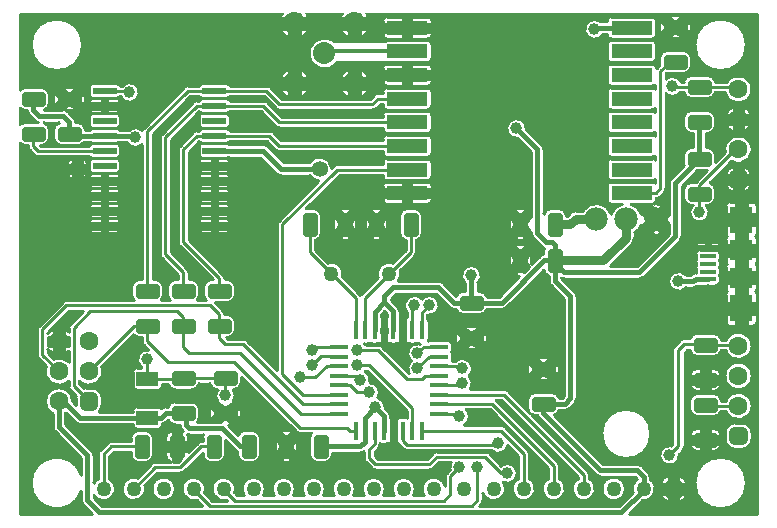
<source format=gbr>
G04 Generated by Ultiboard 13.0 *
%FSLAX24Y24*%
%MOIN*%

%ADD10C,0.0001*%
%ADD11C,0.0100*%
%ADD12C,0.0160*%
%ADD13C,0.0180*%
%ADD14C,0.0140*%
%ADD15C,0.0300*%
%ADD16C,0.0394*%
%ADD17C,0.0500*%
%ADD18R,0.0250X0.0250*%
%ADD19C,0.0350*%
%ADD20R,0.0160X0.0591*%
%ADD21R,0.0591X0.0160*%
%ADD22R,0.0787X0.0236*%
%ADD23R,0.1378X0.0472*%
%ADD24R,0.0550X0.0250*%
%ADD25C,0.0233*%
%ADD26C,0.0633*%
%ADD27R,0.0208X0.0208*%
%ADD28C,0.0392*%
%ADD29R,0.0748X0.0906*%
%ADD30R,0.0551X0.0157*%
%ADD31R,0.0748X0.0709*%
%ADD32R,0.0728X0.0472*%
%ADD33C,0.0735*%
%ADD34C,0.0534*%
%ADD35C,0.0783*%
%ADD36R,0.0250X0.0550*%


G04 ColorRGB 00FF00 for the following layer *
%LNCopper Top*%
%LPD*%
G54D10*
G36*
X20800Y7989D02*
X20800Y7989D01*
X18300Y7989D01*
G75*
D01*
G02X18194Y8017I-1J211*
G01*
X18194Y8017D01*
X18194Y8004D01*
X18649Y7550D01*
G74*
D01*
G02X18711Y7400I149J149*
G01*
X18711Y7400D01*
X18711Y4000D01*
G75*
D01*
G02X18649Y3851I-211J0*
G01*
X18649Y3851D01*
X18466Y3668D01*
G74*
D01*
G02X18363Y3611I149J148*
G01*
G75*
D01*
G02X18316Y3606I-46J206*
G01*
X18316Y3606D01*
X18118Y3606D01*
G74*
D01*
G02X17953Y3446I243J85*
G01*
X17953Y3446D01*
X19587Y1811D01*
X20725Y1811D01*
G74*
D01*
G02X20875Y1749I1J211*
G01*
X20875Y1749D01*
X21090Y1534D01*
G74*
D01*
G02X21152Y1384I149J149*
G01*
X21152Y1384D01*
X21152Y1312D01*
G75*
D01*
G02X20895Y597I-212J-328*
G01*
X20895Y597D01*
X20449Y151D01*
X24731Y151D01*
X24731Y16818D01*
X11708Y16818D01*
G74*
D01*
G02X11784Y16683I407J318*
G01*
X11784Y16683D01*
X11534Y16683D01*
G75*
D01*
G02X11534Y16317I-234J-183*
G01*
X11534Y16317D01*
X11784Y16317D01*
G74*
D01*
G02X11483Y16016I484J183*
G01*
X11483Y16016D01*
X11483Y16266D01*
G75*
D01*
G02X11117Y16266I-183J234*
G01*
X11117Y16266D01*
X11117Y16016D01*
G74*
D01*
G02X10816Y16317I183J484*
G01*
X10816Y16317D01*
X11066Y16317D01*
G75*
D01*
G02X11066Y16683I234J183*
G01*
X11066Y16683D01*
X10816Y16683D01*
G74*
D01*
G02X10892Y16818I483J183*
G01*
X10892Y16818D01*
X9708Y16818D01*
G74*
D01*
G02X9784Y16683I407J318*
G01*
X9784Y16683D01*
X9534Y16683D01*
G75*
D01*
G02X9534Y16317I-234J-183*
G01*
X9534Y16317D01*
X9784Y16317D01*
G74*
D01*
G02X9483Y16016I484J183*
G01*
X9483Y16016D01*
X9483Y16266D01*
G75*
D01*
G02X9117Y16266I-183J234*
G01*
X9117Y16266D01*
X9117Y16016D01*
G74*
D01*
G02X8816Y16317I183J484*
G01*
X8816Y16317D01*
X9066Y16317D01*
G75*
D01*
G02X9066Y16683I234J183*
G01*
X9066Y16683D01*
X8816Y16683D01*
G74*
D01*
G02X8892Y16818I483J183*
G01*
X8892Y16818D01*
X151Y16818D01*
X151Y14298D01*
G75*
D01*
G02X325Y14366I174J-189*
G01*
X325Y14366D01*
X875Y14366D01*
G74*
D01*
G02X1133Y14108I0J258*
G01*
X1133Y14108D01*
X1133Y13858D01*
G75*
D01*
G02X948Y13611I-258J0*
G01*
X948Y13611D01*
X1514Y13611D01*
X1800Y13816D01*
X2099Y13602D01*
G74*
D01*
G02X2075Y13600I33J255*
G01*
X2075Y13600D01*
X1666Y13600D01*
G74*
D01*
G02X1669Y13599I65J200*
G01*
G74*
D01*
G02X1749Y13549I68J199*
G01*
X1749Y13549D01*
X1949Y13349D01*
G74*
D01*
G02X2011Y13200I148J149*
G01*
X2011Y13200D01*
X2011Y13200D01*
X2075Y13200D01*
G74*
D01*
G02X2332Y12961I0J258*
G01*
X2332Y12961D01*
X2484Y12961D01*
G75*
D01*
G02X2576Y12999I92J-92*
G01*
X2576Y12999D01*
X3363Y12999D01*
G74*
D01*
G02X3455Y12961I0J131*
G01*
X3455Y12961D01*
X3803Y12961D01*
G75*
D01*
G02X4223Y12939I197J-261*
G01*
G74*
D01*
G02X4272Y13028I177J39*
G01*
X4272Y13028D01*
X5622Y14378D01*
G75*
D01*
G02X5750Y14431I128J-128*
G01*
X5750Y14431D01*
X6122Y14431D01*
G75*
D01*
G02X6237Y14499I115J-63*
G01*
X6237Y14499D01*
X7024Y14499D01*
G74*
D01*
G02X7139Y14431I0J131*
G01*
X7139Y14431D01*
X8350Y14431D01*
G74*
D01*
G02X8478Y14378I0J181*
G01*
X8478Y14378D01*
X8875Y13981D01*
X11825Y13981D01*
X11966Y14122D01*
G75*
D01*
G02X12094Y14175I128J-128*
G01*
X12094Y14175D01*
X12240Y14175D01*
X12240Y14230D01*
G75*
D01*
G02X12371Y14361I131J0*
G01*
X12371Y14361D01*
X13749Y14361D01*
G74*
D01*
G02X13879Y14230I1J131*
G01*
X13879Y14230D01*
X13879Y13757D01*
G75*
D01*
G02X13749Y13627I-130J0*
G01*
X13749Y13627D01*
X12371Y13627D01*
G75*
D01*
G02X12240Y13757I-1J130*
G01*
X12240Y13757D01*
X12240Y13813D01*
X12169Y13813D01*
X12028Y13672D01*
G74*
D01*
G02X11900Y13619I128J128*
G01*
X11900Y13619D01*
X8800Y13619D01*
G75*
D01*
G02X8672Y13672I0J181*
G01*
X8672Y13672D01*
X8275Y14069D01*
X7139Y14069D01*
G74*
D01*
G02X7024Y14001I115J63*
G01*
X7024Y14001D01*
X6237Y14001D01*
G75*
D01*
G02X6122Y14069I0J131*
G01*
X6122Y14069D01*
X5825Y14069D01*
X4581Y12825D01*
X4581Y7966D01*
X4675Y7966D01*
G74*
D01*
G02X4933Y7708I0J258*
G01*
X4933Y7708D01*
X4933Y7458D01*
G75*
D01*
G02X4862Y7281I-258J1*
G01*
X4862Y7281D01*
X5138Y7281D01*
G75*
D01*
G02X5067Y7458I186J177*
G01*
X5067Y7458D01*
X5067Y7708D01*
G75*
D01*
G02X5325Y7966I258J0*
G01*
X5325Y7966D01*
X5419Y7966D01*
X5419Y8125D01*
X4872Y8672D01*
G75*
D01*
G02X4819Y8800I128J128*
G01*
X4819Y8800D01*
X4819Y12700D01*
G75*
D01*
G02X4872Y12828I181J0*
G01*
X4872Y12828D01*
X5922Y13878D01*
G75*
D01*
G02X6050Y13931I128J-128*
G01*
X6050Y13931D01*
X6122Y13931D01*
G75*
D01*
G02X6237Y13999I115J-63*
G01*
X6237Y13999D01*
X7024Y13999D01*
G74*
D01*
G02X7139Y13931I0J131*
G01*
X7139Y13931D01*
X8250Y13931D01*
G75*
D01*
G02X8298Y13924I-2J-181*
G01*
G74*
D01*
G02X8378Y13878I47J174*
G01*
X8378Y13878D01*
X8869Y13387D01*
X12240Y13387D01*
X12240Y13443D01*
G75*
D01*
G02X12371Y13573I131J-1*
G01*
X12371Y13573D01*
X13749Y13573D01*
G74*
D01*
G02X13879Y13443I0J130*
G01*
X13879Y13443D01*
X13879Y12970D01*
G75*
D01*
G02X13749Y12839I-130J-1*
G01*
X13749Y12839D01*
X12371Y12839D01*
G75*
D01*
G02X12240Y12970I0J131*
G01*
X12240Y12970D01*
X12240Y13025D01*
X8794Y13025D01*
G75*
D01*
G02X8750Y13031I2J181*
G01*
G74*
D01*
G02X8666Y13078I43J175*
G01*
X8666Y13078D01*
X8175Y13569D01*
X7139Y13569D01*
G74*
D01*
G02X7024Y13501I115J63*
G01*
X7024Y13501D01*
X6237Y13501D01*
G75*
D01*
G02X6123Y13568I0J131*
G01*
X6123Y13568D01*
X5181Y12625D01*
X5181Y8875D01*
X5728Y8328D01*
G74*
D01*
G02X5781Y8200I128J128*
G01*
X5781Y8200D01*
X5781Y7966D01*
X5875Y7966D01*
G74*
D01*
G02X6133Y7708I0J258*
G01*
X6133Y7708D01*
X6133Y7458D01*
G75*
D01*
G02X6062Y7281I-258J1*
G01*
X6062Y7281D01*
X6338Y7281D01*
G75*
D01*
G02X6267Y7458I186J177*
G01*
X6267Y7458D01*
X6267Y7708D01*
G75*
D01*
G02X6525Y7966I258J0*
G01*
X6525Y7966D01*
X6578Y7966D01*
X5472Y9072D01*
G75*
D01*
G02X5419Y9200I128J128*
G01*
X5419Y9200D01*
X5419Y12300D01*
G75*
D01*
G02X5472Y12428I181J0*
G01*
X5472Y12428D01*
X5922Y12878D01*
G75*
D01*
G02X6050Y12931I128J-128*
G01*
X6050Y12931D01*
X6122Y12931D01*
G75*
D01*
G02X6237Y12999I115J-63*
G01*
X6237Y12999D01*
X7024Y12999D01*
G74*
D01*
G02X7139Y12931I0J131*
G01*
X7139Y12931D01*
X8450Y12931D01*
G74*
D01*
G02X8578Y12878I0J181*
G01*
X8578Y12878D01*
X8856Y12600D01*
X12240Y12600D01*
X12240Y12655D01*
G75*
D01*
G02X12371Y12786I131J0*
G01*
X12371Y12786D01*
X13749Y12786D01*
G74*
D01*
G02X13879Y12655I1J131*
G01*
X13879Y12655D01*
X13879Y12183D01*
G75*
D01*
G02X13749Y12052I-130J-1*
G01*
X13749Y12052D01*
X12371Y12052D01*
G75*
D01*
G02X12240Y12183I0J131*
G01*
X12240Y12183D01*
X12240Y12238D01*
X8781Y12238D01*
G75*
D01*
G02X8653Y12291I0J181*
G01*
X8653Y12291D01*
X8375Y12569D01*
X7139Y12569D01*
G74*
D01*
G02X7024Y12501I115J63*
G01*
X7024Y12501D01*
X6237Y12501D01*
G75*
D01*
G02X6123Y12568I0J131*
G01*
X6123Y12568D01*
X5781Y12225D01*
X5781Y9275D01*
X6928Y8128D01*
G74*
D01*
G02X6981Y8000I128J128*
G01*
X6981Y8000D01*
X6981Y7966D01*
X7075Y7966D01*
G74*
D01*
G02X7333Y7708I0J258*
G01*
X7333Y7708D01*
X7333Y7458D01*
G75*
D01*
G02X7075Y7200I-258J0*
G01*
X7075Y7200D01*
X6655Y7200D01*
X6928Y6928D01*
G74*
D01*
G02X6981Y6800I128J128*
G01*
X6981Y6800D01*
X6981Y6800D01*
X7075Y6800D01*
G74*
D01*
G02X7333Y6542I0J258*
G01*
X7333Y6542D01*
X7333Y6292D01*
G75*
D01*
G02X7075Y6034I-258J0*
G01*
X7075Y6034D01*
X7022Y6034D01*
X7075Y5981D01*
X7600Y5981D01*
G75*
D01*
G02X7668Y5968I1J-181*
G01*
G74*
D01*
G02X7728Y5928I68J168*
G01*
X7728Y5928D01*
X8719Y4937D01*
X8719Y9800D01*
G75*
D01*
G02X8772Y9928I181J0*
G01*
X8772Y9928D01*
X9298Y10454D01*
X10099Y11255D01*
G74*
D01*
G02X9806Y11429I36J394*
G01*
X9806Y11429D01*
X8850Y11429D01*
G75*
D01*
G02X8778Y11441I0J221*
G01*
G74*
D01*
G02X8694Y11494I73J209*
G01*
X8694Y11494D01*
X8158Y12029D01*
X7105Y12029D01*
G74*
D01*
G02X7024Y12001I81J103*
G01*
X7024Y12001D01*
X6237Y12001D01*
G75*
D01*
G02X6106Y12132I0J131*
G01*
X6106Y12132D01*
X6106Y12368D01*
G75*
D01*
G02X6237Y12499I131J0*
G01*
X6237Y12499D01*
X7024Y12499D01*
G74*
D01*
G02X7105Y12471I0J131*
G01*
X7105Y12471D01*
X8250Y12471D01*
G75*
D01*
G02X8285Y12468I-1J-221*
G01*
G74*
D01*
G02X8407Y12406I34J217*
G01*
X8407Y12406D01*
X8942Y11871D01*
X9806Y11871D01*
G75*
D01*
G02X10531Y11686I330J-218*
G01*
X10531Y11686D01*
X10604Y11759D01*
G74*
D01*
G02X10672Y11802I128J127*
G01*
G75*
D01*
G02X10731Y11812I59J-170*
G01*
X10731Y11812D01*
X12240Y11812D01*
X12240Y11868D01*
G75*
D01*
G02X12371Y11998I131J-1*
G01*
X12371Y11998D01*
X13749Y11998D01*
G74*
D01*
G02X13879Y11868I0J130*
G01*
X13879Y11868D01*
X13879Y11395D01*
G75*
D01*
G02X13749Y11265I-130J0*
G01*
X13749Y11265D01*
X12371Y11265D01*
G75*
D01*
G02X12240Y11395I-1J130*
G01*
X12240Y11395D01*
X12240Y11451D01*
X10806Y11451D01*
X9689Y10333D01*
G75*
D01*
G02X9692Y10333I2J-258*
G01*
X9692Y10333D01*
X9942Y10333D01*
G74*
D01*
G02X10200Y10075I0J258*
G01*
X10200Y10075D01*
X10200Y9525D01*
G75*
D01*
G02X9998Y9273I-258J0*
G01*
X9998Y9273D01*
X9998Y8942D01*
X10417Y8522D01*
G75*
D01*
G02X10906Y8034I118J-371*
G01*
X10906Y8034D01*
X11466Y7473D01*
G74*
D01*
G02X11494Y7438I125J129*
G01*
G74*
D01*
G02X11526Y7481I159J85*
G01*
X11526Y7481D01*
X12078Y8034D01*
G75*
D01*
G02X12566Y8522I371J117*
G01*
X12566Y8522D01*
X13002Y8958D01*
X13002Y9273D01*
G75*
D01*
G02X12800Y9525I56J252*
G01*
X12800Y9525D01*
X12800Y10075D01*
G75*
D01*
G02X13058Y10333I258J0*
G01*
X13058Y10333D01*
X13308Y10333D01*
G74*
D01*
G02X13566Y10075I0J258*
G01*
X13566Y10075D01*
X13566Y9525D01*
G75*
D01*
G02X13364Y9273I-258J0*
G01*
X13364Y9273D01*
X13364Y8883D01*
G75*
D01*
G02X13311Y8755I-181J0*
G01*
X13311Y8755D01*
X12822Y8266D01*
G75*
D01*
G02X12758Y7911I-371J-116*
G01*
X12758Y7911D01*
X14100Y7911D01*
G75*
D01*
G02X14157Y7903I-1J-211*
G01*
G74*
D01*
G02X14249Y7849I57J202*
G01*
X14249Y7849D01*
X14688Y7410D01*
G75*
D01*
G02X14925Y7566I237J-102*
G01*
X14925Y7566D01*
X14989Y7566D01*
X14989Y7850D01*
G75*
D01*
G02X15411Y7850I211J250*
G01*
X15411Y7850D01*
X15411Y7566D01*
X15475Y7566D01*
G74*
D01*
G02X15718Y7394I0J258*
G01*
X15718Y7394D01*
X16125Y7394D01*
X16798Y8067D01*
X16692Y8067D01*
G75*
D01*
G02X16610Y8080I-1J258*
G01*
X16610Y8080D01*
X16817Y8367D01*
X16934Y8203D01*
X17129Y8398D01*
X16984Y8600D01*
X17198Y8899D01*
G74*
D01*
G02X17200Y8875I255J33*
G01*
X17200Y8875D01*
X17200Y8469D01*
X17480Y8749D01*
G74*
D01*
G02X17573Y8803I148J149*
G01*
G74*
D01*
G02X17600Y8809I59J202*
G01*
X17600Y8809D01*
X17600Y8875D01*
G74*
D01*
G02X17633Y9000I258J1*
G01*
G74*
D01*
G02X17551Y9051I67J199*
G01*
X17551Y9051D01*
X17251Y9351D01*
G75*
D01*
G02X17189Y9500I148J149*
G01*
X17189Y9500D01*
X17189Y9514D01*
X16984Y9800D01*
X17189Y10086D01*
X17189Y12213D01*
X16727Y12674D01*
G75*
D01*
G02X17026Y12973I-27J326*
G01*
X17026Y12973D01*
X17549Y12449D01*
G74*
D01*
G02X17611Y12300I148J149*
G01*
X17611Y12300D01*
X17611Y10148D01*
G75*
D01*
G02X17858Y10333I247J-72*
G01*
X17858Y10333D01*
X18108Y10333D01*
G74*
D01*
G02X18366Y10081I0J258*
G01*
X18366Y10081D01*
X18383Y10081D01*
X18469Y10167D01*
G74*
D01*
G02X18605Y10243I200J198*
G01*
G75*
D01*
G02X18668Y10250I62J-275*
G01*
X18668Y10250D01*
X18909Y10250D01*
G75*
D01*
G02X19860Y10149I451J-280*
G01*
G74*
D01*
G02X20206Y10477I499J180*
G01*
X20206Y10477D01*
X19851Y10477D01*
G75*
D01*
G02X19721Y10608I1J131*
G01*
X19721Y10608D01*
X19721Y11080D01*
G75*
D01*
G02X19851Y11211I130J1*
G01*
X19851Y11211D01*
X21229Y11211D01*
G74*
D01*
G02X21319Y11175I0J131*
G01*
X21319Y11175D01*
X21319Y11301D01*
G74*
D01*
G02X21229Y11265I90J94*
G01*
X21229Y11265D01*
X19851Y11265D01*
G75*
D01*
G02X19721Y11395I0J130*
G01*
X19721Y11395D01*
X19721Y11868D01*
G75*
D01*
G02X19851Y11998I130J0*
G01*
X19851Y11998D01*
X21229Y11998D01*
G74*
D01*
G02X21319Y11962I0J130*
G01*
X21319Y11962D01*
X21319Y12088D01*
G74*
D01*
G02X21229Y12052I90J94*
G01*
X21229Y12052D01*
X19851Y12052D01*
G75*
D01*
G02X19721Y12183I1J131*
G01*
X19721Y12183D01*
X19721Y12655D01*
G75*
D01*
G02X19851Y12786I130J1*
G01*
X19851Y12786D01*
X21229Y12786D01*
G74*
D01*
G02X21319Y12750I0J131*
G01*
X21319Y12750D01*
X21319Y12875D01*
G74*
D01*
G02X21229Y12839I90J94*
G01*
X21229Y12839D01*
X19851Y12839D01*
G75*
D01*
G02X19721Y12970I1J131*
G01*
X19721Y12970D01*
X19721Y13443D01*
G75*
D01*
G02X19851Y13573I130J0*
G01*
X19851Y13573D01*
X21229Y13573D01*
G74*
D01*
G02X21319Y13537I0J130*
G01*
X21319Y13537D01*
X21319Y13663D01*
G74*
D01*
G02X21229Y13627I90J94*
G01*
X21229Y13627D01*
X19851Y13627D01*
G75*
D01*
G02X19721Y13757I0J130*
G01*
X19721Y13757D01*
X19721Y14230D01*
G75*
D01*
G02X19851Y14361I130J1*
G01*
X19851Y14361D01*
X21229Y14361D01*
G74*
D01*
G02X21319Y14325I0J131*
G01*
X21319Y14325D01*
X21319Y14450D01*
G74*
D01*
G02X21229Y14414I90J94*
G01*
X21229Y14414D01*
X19851Y14414D01*
G75*
D01*
G02X19721Y14545I1J131*
G01*
X19721Y14545D01*
X19721Y15017D01*
G75*
D01*
G02X19851Y15148I130J1*
G01*
X19851Y15148D01*
X21229Y15148D01*
G74*
D01*
G02X21360Y15017I0J131*
G01*
X21360Y15017D01*
X21360Y15014D01*
G74*
D01*
G02X21372Y15028I142J110*
G01*
X21372Y15028D01*
X21467Y15123D01*
X21467Y15342D01*
G75*
D01*
G02X21725Y15600I258J0*
G01*
X21725Y15600D01*
X22275Y15600D01*
G74*
D01*
G02X22533Y15342I0J258*
G01*
X22533Y15342D01*
X22533Y15092D01*
G75*
D01*
G02X22275Y14834I-258J0*
G01*
X22275Y14834D01*
X21725Y14834D01*
G75*
D01*
G02X21692Y14836I-1J258*
G01*
X21692Y14836D01*
X21681Y14825D01*
X21681Y14643D01*
G75*
D01*
G02X22183Y14564I219J-243*
G01*
X22183Y14564D01*
X22273Y14564D01*
G75*
D01*
G02X22525Y14766I252J-56*
G01*
X22525Y14766D01*
X23075Y14766D01*
G74*
D01*
G02X23327Y14564I0J258*
G01*
X23327Y14564D01*
X23727Y14564D01*
G75*
D01*
G02X23654Y14202I372J-263*
G01*
X23654Y14202D01*
X23327Y14202D01*
G74*
D01*
G02X23075Y14000I252J56*
G01*
X23075Y14000D01*
X22525Y14000D01*
G75*
D01*
G02X22273Y14202I0J258*
G01*
X22273Y14202D01*
X22160Y14202D01*
G75*
D01*
G02X21681Y14157I-260J197*
G01*
X21681Y14157D01*
X21681Y11000D01*
G75*
D01*
G02X21628Y10872I-181J0*
G01*
X21628Y10872D01*
X21472Y10716D01*
G74*
D01*
G02X21402Y10673I127J129*
G01*
G74*
D01*
G02X21360Y10664I58J170*
G01*
X21360Y10664D01*
X21360Y10608D01*
G75*
D01*
G02X21297Y10496I-131J0*
G01*
G75*
D01*
G02X21578Y10453I63J-527*
G01*
X21578Y10453D01*
X21360Y10235D01*
X21142Y10453D01*
G74*
D01*
G02X21206Y10477I218J484*
G01*
X21206Y10477D01*
X20514Y10477D01*
G74*
D01*
G02X20860Y10149I153J508*
G01*
G74*
D01*
G02X20875Y10187I501J176*
G01*
X20875Y10187D01*
X21093Y9968D01*
X20875Y9750D01*
G74*
D01*
G02X20860Y9787I484J218*
G01*
G74*
D01*
G02X20641Y9517I499J181*
G01*
X20641Y9517D01*
X20641Y9360D01*
G75*
D01*
G02X20559Y9161I-281J-1*
G01*
X20559Y9161D01*
X19809Y8411D01*
X20713Y8411D01*
X21600Y9298D01*
X21600Y9298D01*
X21789Y9487D01*
X21789Y9806D01*
X21627Y9968D01*
X21789Y10131D01*
X21789Y11183D01*
G75*
D01*
G02X21851Y11333I211J1*
G01*
X21851Y11333D01*
X22284Y11766D01*
G75*
D01*
G02X22267Y11858I240J92*
G01*
X22267Y11858D01*
X22267Y12108D01*
G75*
D01*
G02X22525Y12366I258J0*
G01*
X22525Y12366D01*
X22589Y12366D01*
X22589Y12834D01*
X22525Y12834D01*
G75*
D01*
G02X22267Y13092I0J258*
G01*
X22267Y13092D01*
X22267Y13342D01*
G75*
D01*
G02X22525Y13600I258J0*
G01*
X22525Y13600D01*
X23075Y13600D01*
G74*
D01*
G02X23333Y13342I0J258*
G01*
X23333Y13342D01*
X23333Y13092D01*
G75*
D01*
G02X23075Y12834I-258J0*
G01*
X23075Y12834D01*
X23011Y12834D01*
X23011Y12366D01*
X23075Y12366D01*
G74*
D01*
G02X23333Y12108I0J258*
G01*
X23333Y12108D01*
X23333Y11889D01*
X23653Y12208D01*
G75*
D01*
G02X23864Y11909I447J91*
G01*
X23864Y11909D01*
X23146Y11190D01*
G74*
D01*
G02X23333Y10942I70J247*
G01*
X23333Y10942D01*
X23333Y10692D01*
G75*
D01*
G02X23075Y10434I-258J0*
G01*
X23075Y10434D01*
X23028Y10434D01*
G75*
D01*
G02X22572Y10434I-228J-233*
G01*
X22572Y10434D01*
X22525Y10434D01*
G75*
D01*
G02X22267Y10692I0J258*
G01*
X22267Y10692D01*
X22267Y10942D01*
G75*
D01*
G02X22525Y11200I258J0*
G01*
X22525Y11200D01*
X22649Y11200D01*
G74*
D01*
G02X22672Y11228I151J100*
G01*
X22672Y11228D01*
X23045Y11600D01*
X22716Y11600D01*
X22211Y11096D01*
X22211Y9400D01*
G75*
D01*
G02X22149Y9251I-211J0*
G01*
X22149Y9251D01*
X20949Y8051D01*
G74*
D01*
G02X20800Y7989I149J148*
G01*
D02*
G37*
%LPC*%
G36*
X23721Y9400D02*
G75*
D01*
G02X23675Y9508I104J108*
G01*
X23675Y9508D01*
X23675Y9775D01*
X24014Y9775D01*
X24014Y9442D01*
X24021Y9442D01*
X24021Y9116D01*
X23675Y9116D01*
X23675Y9291D01*
G74*
D01*
G02X23721Y9400I151J0*
G01*
D02*
G37*
G36*
X24725Y9508D02*
G75*
D01*
G02X24679Y9400I-151J1*
G01*
G74*
D01*
G02X24725Y9291I105J109*
G01*
X24725Y9291D01*
X24725Y9116D01*
X24379Y9116D01*
X24379Y9442D01*
X24386Y9442D01*
X24386Y9775D01*
X24725Y9775D01*
X24725Y9508D01*
D02*
G37*
G36*
X11190Y9280D02*
G74*
D01*
G02X11108Y9267I81J245*
G01*
X11108Y9267D01*
X10858Y9267D01*
G75*
D01*
G02X10777Y9280I0J258*
G01*
X10777Y9280D01*
X10790Y9298D01*
X10790Y9298D01*
X10983Y9567D01*
X11177Y9298D01*
X11177Y9298D01*
X11190Y9280D01*
D02*
G37*
G36*
X12223Y9280D02*
G74*
D01*
G02X12142Y9267I81J245*
G01*
X12142Y9267D01*
X11892Y9267D01*
G75*
D01*
G02X11810Y9280I-1J258*
G01*
X11810Y9280D01*
X11823Y9298D01*
X11823Y9298D01*
X12017Y9567D01*
X12210Y9298D01*
X12210Y9298D01*
X12223Y9280D01*
D02*
G37*
G36*
X17023Y9280D02*
G74*
D01*
G02X16942Y9267I81J245*
G01*
X16942Y9267D01*
X16692Y9267D01*
G75*
D01*
G02X16610Y9280I-1J258*
G01*
X16610Y9280D01*
X16623Y9298D01*
X16623Y9298D01*
X16817Y9567D01*
X17010Y9298D01*
X17010Y9298D01*
X17023Y9280D01*
D02*
G37*
G36*
X9483Y14734D02*
X9483Y14734D01*
X9483Y14984D01*
G74*
D01*
G02X9784Y14683I183J484*
G01*
X9784Y14683D01*
X9534Y14683D01*
G75*
D01*
G02X9534Y14317I-234J-183*
G01*
X9534Y14317D01*
X9784Y14317D01*
G74*
D01*
G02X9483Y14016I484J183*
G01*
X9483Y14016D01*
X9483Y14266D01*
G75*
D01*
G02X9117Y14266I-183J234*
G01*
X9117Y14266D01*
X9117Y14016D01*
G74*
D01*
G02X8816Y14317I183J484*
G01*
X8816Y14317D01*
X9066Y14317D01*
G75*
D01*
G02X9066Y14683I234J183*
G01*
X9066Y14683D01*
X8816Y14683D01*
G74*
D01*
G02X9117Y14984I484J183*
G01*
X9117Y14984D01*
X9117Y14734D01*
G75*
D01*
G02X9483Y14734I183J-234*
G01*
D02*
G37*
G36*
X17023Y9120D02*
X17023Y9120D01*
X16817Y8833D01*
X16610Y9120D01*
G75*
D01*
G02X16692Y9133I81J-245*
G01*
X16692Y9133D01*
X16942Y9133D01*
G74*
D01*
G02X17023Y9120I0J258*
G01*
D02*
G37*
G36*
X16435Y8899D02*
X16435Y8899D01*
X16649Y8600D01*
X16435Y8301D01*
G75*
D01*
G02X16434Y8325I257J23*
G01*
X16434Y8325D01*
X16434Y8875D01*
G74*
D01*
G02X16435Y8899I258J1*
G01*
D02*
G37*
G36*
X7155Y11868D02*
X7155Y11868D01*
X7155Y11838D01*
X6719Y11838D01*
X6719Y11999D01*
X7024Y11999D01*
G74*
D01*
G02X7155Y11868I0J131*
G01*
D02*
G37*
G36*
X6237Y11999D02*
X6237Y11999D01*
X6543Y11999D01*
X6543Y11838D01*
X6106Y11838D01*
X6106Y11868D01*
G75*
D01*
G02X6237Y11999I131J0*
G01*
D02*
G37*
G36*
X7155Y11368D02*
X7155Y11368D01*
X7155Y11338D01*
X6719Y11338D01*
X6719Y11499D01*
X7024Y11499D01*
G74*
D01*
G02X7155Y11368I0J131*
G01*
D02*
G37*
G36*
X7155Y11632D02*
G75*
D01*
G02X7024Y11501I-131J0*
G01*
X7024Y11501D01*
X6719Y11501D01*
X6719Y11662D01*
X7155Y11662D01*
X7155Y11632D01*
D02*
G37*
G36*
X6237Y11499D02*
X6237Y11499D01*
X6543Y11499D01*
X6543Y11338D01*
X6106Y11338D01*
X6106Y11368D01*
G75*
D01*
G02X6237Y11499I131J0*
G01*
D02*
G37*
G36*
X6106Y11632D02*
X6106Y11632D01*
X6106Y11662D01*
X6543Y11662D01*
X6543Y11501D01*
X6237Y11501D01*
G75*
D01*
G02X6106Y11632I0J131*
G01*
D02*
G37*
G36*
X7155Y10368D02*
X7155Y10368D01*
X7155Y10338D01*
X6719Y10338D01*
X6719Y10499D01*
X7024Y10499D01*
G74*
D01*
G02X7155Y10368I0J131*
G01*
D02*
G37*
G36*
X7155Y10868D02*
X7155Y10868D01*
X7155Y10838D01*
X6719Y10838D01*
X6719Y10999D01*
X7024Y10999D01*
G74*
D01*
G02X7155Y10868I0J131*
G01*
D02*
G37*
G36*
X7155Y10632D02*
G75*
D01*
G02X7024Y10501I-131J0*
G01*
X7024Y10501D01*
X6719Y10501D01*
X6719Y10662D01*
X7155Y10662D01*
X7155Y10632D01*
D02*
G37*
G36*
X7155Y11132D02*
G75*
D01*
G02X7024Y11001I-131J0*
G01*
X7024Y11001D01*
X6719Y11001D01*
X6719Y11162D01*
X7155Y11162D01*
X7155Y11132D01*
D02*
G37*
G36*
X6237Y10499D02*
X6237Y10499D01*
X6543Y10499D01*
X6543Y10338D01*
X6106Y10338D01*
X6106Y10368D01*
G75*
D01*
G02X6237Y10499I131J0*
G01*
D02*
G37*
G36*
X6106Y10632D02*
X6106Y10632D01*
X6106Y10662D01*
X6543Y10662D01*
X6543Y10501D01*
X6237Y10501D01*
G75*
D01*
G02X6106Y10632I0J131*
G01*
D02*
G37*
G36*
X6237Y10999D02*
X6237Y10999D01*
X6543Y10999D01*
X6543Y10838D01*
X6106Y10838D01*
X6106Y10868D01*
G75*
D01*
G02X6237Y10999I131J0*
G01*
D02*
G37*
G36*
X6106Y11132D02*
X6106Y11132D01*
X6106Y11162D01*
X6543Y11162D01*
X6543Y11001D01*
X6237Y11001D01*
G75*
D01*
G02X6106Y11132I0J131*
G01*
D02*
G37*
G36*
X7155Y9868D02*
X7155Y9868D01*
X7155Y9838D01*
X6719Y9838D01*
X6719Y9999D01*
X7024Y9999D01*
G74*
D01*
G02X7155Y9868I0J131*
G01*
D02*
G37*
G36*
X7155Y9632D02*
G75*
D01*
G02X7024Y9501I-131J0*
G01*
X7024Y9501D01*
X6719Y9501D01*
X6719Y9662D01*
X7155Y9662D01*
X7155Y9632D01*
D02*
G37*
G36*
X7155Y10132D02*
G75*
D01*
G02X7024Y10001I-131J0*
G01*
X7024Y10001D01*
X6719Y10001D01*
X6719Y10162D01*
X7155Y10162D01*
X7155Y10132D01*
D02*
G37*
G36*
X6106Y9632D02*
X6106Y9632D01*
X6106Y9662D01*
X6543Y9662D01*
X6543Y9501D01*
X6237Y9501D01*
G75*
D01*
G02X6106Y9632I0J131*
G01*
D02*
G37*
G36*
X6237Y9999D02*
X6237Y9999D01*
X6543Y9999D01*
X6543Y9838D01*
X6106Y9838D01*
X6106Y9868D01*
G75*
D01*
G02X6237Y9999I131J0*
G01*
D02*
G37*
G36*
X6106Y10132D02*
X6106Y10132D01*
X6106Y10162D01*
X6543Y10162D01*
X6543Y10001D01*
X6237Y10001D01*
G75*
D01*
G02X6106Y10132I0J131*
G01*
D02*
G37*
G36*
X7155Y13132D02*
G75*
D01*
G02X7024Y13001I-131J0*
G01*
X7024Y13001D01*
X6237Y13001D01*
G75*
D01*
G02X6106Y13132I0J131*
G01*
X6106Y13132D01*
X6106Y13368D01*
G75*
D01*
G02X6237Y13499I131J0*
G01*
X6237Y13499D01*
X7024Y13499D01*
G74*
D01*
G02X7155Y13368I0J131*
G01*
X7155Y13368D01*
X7155Y13132D01*
D02*
G37*
G36*
X521Y15787D02*
G75*
D01*
G02X521Y15787I857J0*
G01*
D02*
G37*
G36*
X2445Y13632D02*
X2445Y13632D01*
X2445Y13662D01*
X2881Y13662D01*
X2881Y13501D01*
X2576Y13501D01*
G75*
D01*
G02X2445Y13632I0J131*
G01*
D02*
G37*
G36*
X2445Y13868D02*
G75*
D01*
G02X2576Y13999I131J0*
G01*
X2576Y13999D01*
X2881Y13999D01*
X2881Y13838D01*
X2445Y13838D01*
X2445Y13868D01*
D02*
G37*
G36*
X3363Y13501D02*
X3363Y13501D01*
X3057Y13501D01*
X3057Y13662D01*
X3494Y13662D01*
X3494Y13632D01*
G75*
D01*
G02X3363Y13501I-131J0*
G01*
D02*
G37*
G36*
X3494Y13868D02*
X3494Y13868D01*
X3494Y13838D01*
X3057Y13838D01*
X3057Y13999D01*
X3363Y13999D01*
G74*
D01*
G02X3494Y13868I0J131*
G01*
D02*
G37*
G36*
X3478Y14431D02*
X3478Y14431D01*
X3569Y14431D01*
G75*
D01*
G02X3500Y14069I230J-231*
G01*
X3500Y14069D01*
X3478Y14069D01*
G74*
D01*
G02X3363Y14001I115J63*
G01*
X3363Y14001D01*
X2576Y14001D01*
G75*
D01*
G02X2445Y14132I0J131*
G01*
X2445Y14132D01*
X2445Y14368D01*
G75*
D01*
G02X2576Y14499I131J0*
G01*
X2576Y14499D01*
X3363Y14499D01*
G74*
D01*
G02X3478Y14431I0J131*
G01*
D02*
G37*
G36*
X2445Y13368D02*
G75*
D01*
G02X2576Y13499I131J0*
G01*
X2576Y13499D01*
X3363Y13499D01*
G74*
D01*
G02X3494Y13368I0J131*
G01*
X3494Y13368D01*
X3494Y13132D01*
G75*
D01*
G02X3363Y13001I-131J0*
G01*
X3363Y13001D01*
X2576Y13001D01*
G75*
D01*
G02X2445Y13132I0J131*
G01*
X2445Y13132D01*
X2445Y13368D01*
D02*
G37*
G36*
X2320Y13777D02*
X2320Y13777D01*
X2033Y13983D01*
X2320Y14190D01*
G74*
D01*
G02X2333Y14108I245J81*
G01*
X2333Y14108D01*
X2333Y13858D01*
G75*
D01*
G02X2320Y13777I-258J0*
G01*
D02*
G37*
G36*
X1280Y13777D02*
G75*
D01*
G02X1267Y13858I245J81*
G01*
X1267Y13858D01*
X1267Y14108D01*
G74*
D01*
G02X1280Y14190I258J1*
G01*
X1280Y14190D01*
X1567Y13983D01*
X1280Y13777D01*
D02*
G37*
G36*
X2099Y14365D02*
X2099Y14365D01*
X1800Y14151D01*
X1501Y14365D01*
G75*
D01*
G02X1525Y14366I23J-257*
G01*
X1525Y14366D01*
X2075Y14366D01*
G74*
D01*
G02X2099Y14365I1J258*
G01*
D02*
G37*
G36*
X22299Y16765D02*
X22299Y16765D01*
X22000Y16551D01*
X21701Y16765D01*
G75*
D01*
G02X21725Y16766I23J-257*
G01*
X21725Y16766D01*
X22275Y16766D01*
G74*
D01*
G02X22299Y16765I1J258*
G01*
D02*
G37*
G36*
X22520Y16177D02*
X22520Y16177D01*
X22233Y16383D01*
X22520Y16590D01*
G74*
D01*
G02X22533Y16508I245J81*
G01*
X22533Y16508D01*
X22533Y16258D01*
G75*
D01*
G02X22520Y16177I-258J0*
G01*
D02*
G37*
G36*
X21701Y16002D02*
X21701Y16002D01*
X22000Y16216D01*
X22299Y16002D01*
G74*
D01*
G02X22275Y16000I33J255*
G01*
X22275Y16000D01*
X21725Y16000D01*
G75*
D01*
G02X21701Y16002I9J258*
G01*
D02*
G37*
G36*
X21480Y16177D02*
G75*
D01*
G02X21467Y16258I245J81*
G01*
X21467Y16258D01*
X21467Y16508D01*
G74*
D01*
G02X21480Y16590I258J1*
G01*
X21480Y16590D01*
X21767Y16383D01*
X21480Y16177D01*
D02*
G37*
G36*
X19588Y16145D02*
G75*
D01*
G02X19489Y16567I-288J155*
G01*
X19489Y16567D01*
X19721Y16567D01*
X19721Y16592D01*
G75*
D01*
G02X19851Y16723I130J1*
G01*
X19851Y16723D01*
X21229Y16723D01*
G74*
D01*
G02X21360Y16592I0J131*
G01*
X21360Y16592D01*
X21360Y16120D01*
G75*
D01*
G02X21229Y15989I-131J0*
G01*
X21229Y15989D01*
X19851Y15989D01*
G75*
D01*
G02X19721Y16120I1J131*
G01*
X19721Y16120D01*
X19721Y16145D01*
X19588Y16145D01*
D02*
G37*
G36*
X22647Y15787D02*
G75*
D01*
G02X22647Y15787I857J0*
G01*
D02*
G37*
G36*
X23673Y13462D02*
G74*
D01*
G02X23938Y13727I426J161*
G01*
X23938Y13727D01*
X23938Y13462D01*
X23673Y13462D01*
D02*
G37*
G36*
X24262Y13727D02*
G74*
D01*
G02X24527Y13462I161J426*
G01*
X24527Y13462D01*
X24262Y13462D01*
X24262Y13727D01*
D02*
G37*
G36*
X23938Y12873D02*
G74*
D01*
G02X23673Y13138I161J426*
G01*
X23673Y13138D01*
X23938Y13138D01*
X23938Y12873D01*
D02*
G37*
G36*
X24527Y13138D02*
G74*
D01*
G02X24262Y12873I426J161*
G01*
X24262Y12873D01*
X24262Y13138D01*
X24527Y13138D01*
D02*
G37*
G36*
X23925Y13300D02*
G75*
D01*
G02X23925Y13300I175J0*
G01*
D02*
G37*
G36*
X23826Y10564D02*
X23826Y10564D01*
X24014Y10564D01*
X24014Y10147D01*
X23675Y10147D01*
X23675Y10413D01*
G75*
D01*
G02X23826Y10564I151J0*
G01*
D02*
G37*
G36*
X24725Y10413D02*
X24725Y10413D01*
X24725Y10147D01*
X24386Y10147D01*
X24386Y10564D01*
X24574Y10564D01*
G74*
D01*
G02X24725Y10413I0J151*
G01*
D02*
G37*
G36*
X21127Y9968D02*
G75*
D01*
G02X21127Y9968I233J0*
G01*
D02*
G37*
G36*
X23662Y11143D02*
X23662Y11143D01*
X23943Y11143D01*
X23943Y10862D01*
G74*
D01*
G02X23662Y11143I53J334*
G01*
D02*
G37*
G36*
X23904Y11300D02*
G75*
D01*
G02X23904Y11300I196J0*
G01*
D02*
G37*
G36*
X23943Y11738D02*
X23943Y11738D01*
X23943Y11457D01*
X23662Y11457D01*
G74*
D01*
G02X23943Y11738I334J53*
G01*
D02*
G37*
G36*
X24257Y10862D02*
X24257Y10862D01*
X24257Y11143D01*
X24538Y11143D01*
G74*
D01*
G02X24257Y10862I334J53*
G01*
D02*
G37*
G36*
X24538Y11457D02*
X24538Y11457D01*
X24257Y11457D01*
X24257Y11738D01*
G74*
D01*
G02X24538Y11457I53J334*
G01*
D02*
G37*
G36*
X21578Y9483D02*
G75*
D01*
G02X21142Y9483I-218J484*
G01*
X21142Y9483D01*
X21360Y9702D01*
X21578Y9483D01*
D02*
G37*
G36*
X21360Y15332D02*
G75*
D01*
G02X21229Y15202I-131J1*
G01*
X21229Y15202D01*
X19851Y15202D01*
G75*
D01*
G02X19721Y15332I0J130*
G01*
X19721Y15332D01*
X19721Y15805D01*
G75*
D01*
G02X19851Y15935I130J0*
G01*
X19851Y15935D01*
X21229Y15935D01*
G74*
D01*
G02X21360Y15805I1J130*
G01*
X21360Y15805D01*
X21360Y15332D01*
D02*
G37*
G36*
X23484Y9075D02*
X23484Y9075D01*
X23484Y9070D01*
X23152Y9070D01*
X23152Y9205D01*
X23354Y9205D01*
G74*
D01*
G02X23484Y9075I0J130*
G01*
D02*
G37*
G36*
X22802Y9205D02*
X22802Y9205D01*
X23004Y9205D01*
X23004Y9070D01*
X22672Y9070D01*
X22672Y9075D01*
G75*
D01*
G02X22802Y9205I130J0*
G01*
D02*
G37*
G36*
X24725Y8386D02*
X24725Y8386D01*
X24725Y8211D01*
X24379Y8211D01*
X24379Y8758D01*
X24725Y8758D01*
X24725Y8583D01*
G75*
D01*
G02X24688Y8484I-151J0*
G01*
G74*
D01*
G02X24725Y8386I113J99*
G01*
D02*
G37*
G36*
X23675Y8386D02*
G74*
D01*
G02X23712Y8484I151J1*
G01*
G75*
D01*
G02X23675Y8583I113J99*
G01*
X23675Y8583D01*
X23675Y8758D01*
X24021Y8758D01*
X24021Y8211D01*
X23675Y8211D01*
X23675Y8386D01*
D02*
G37*
G36*
X23675Y7461D02*
G74*
D01*
G02X23721Y7569I151J1*
G01*
G75*
D01*
G02X23675Y7677I104J108*
G01*
X23675Y7677D01*
X23675Y7852D01*
X24021Y7852D01*
X24021Y7526D01*
X24014Y7526D01*
X24014Y7194D01*
X23675Y7194D01*
X23675Y7461D01*
D02*
G37*
G36*
X24725Y7461D02*
X24725Y7461D01*
X24725Y7194D01*
X24386Y7194D01*
X24386Y7526D01*
X24379Y7526D01*
X24379Y7852D01*
X24725Y7852D01*
X24725Y7677D01*
G75*
D01*
G02X24679Y7569I-151J1*
G01*
G74*
D01*
G02X24725Y7461I104J108*
G01*
D02*
G37*
G36*
X19541Y2818D02*
G75*
D01*
G02X19541Y2818I819J0*
G01*
D02*
G37*
G36*
X22722Y8922D02*
G75*
D01*
G02X22802Y8950I81J-102*
G01*
X22802Y8950D01*
X23354Y8950D01*
G74*
D01*
G02X23434Y8922I1J131*
G01*
X23434Y8922D01*
X23484Y8922D01*
X23484Y8917D01*
G75*
D01*
G02X23475Y8868I-130J-1*
G01*
G74*
D01*
G02X23484Y8819I121J48*
G01*
X23484Y8819D01*
X23484Y8661D01*
G75*
D01*
G02X23475Y8612I-130J-1*
G01*
G74*
D01*
G02X23484Y8563I121J48*
G01*
X23484Y8563D01*
X23484Y8406D01*
G75*
D01*
G02X23475Y8356I-130J-2*
G01*
G74*
D01*
G02X23484Y8307I121J48*
G01*
X23484Y8307D01*
X23484Y8150D01*
G75*
D01*
G02X23475Y8100I-130J-2*
G01*
G74*
D01*
G02X23484Y8051I121J48*
G01*
X23484Y8051D01*
X23484Y7894D01*
G75*
D01*
G02X23354Y7763I-130J-1*
G01*
X23354Y7763D01*
X23104Y7763D01*
G74*
D01*
G02X23078Y7761I29J208*
G01*
X23078Y7761D01*
X22760Y7761D01*
X22749Y7751D01*
G74*
D01*
G02X22600Y7689I149J148*
G01*
X22600Y7689D01*
X22350Y7689D01*
G75*
D01*
G02X22350Y8111I-250J211*
G01*
X22350Y8111D01*
X22513Y8111D01*
X22523Y8122D01*
G74*
D01*
G02X22672Y8183I148J150*
G01*
X22672Y8183D01*
X22672Y8307D01*
G74*
D01*
G02X22681Y8356I130J1*
G01*
G75*
D01*
G02X22672Y8406I121J48*
G01*
X22672Y8406D01*
X22672Y8563D01*
G74*
D01*
G02X22681Y8612I130J1*
G01*
G75*
D01*
G02X22672Y8661I121J48*
G01*
X22672Y8661D01*
X22672Y8819D01*
G74*
D01*
G02X22681Y8868I130J1*
G01*
G75*
D01*
G02X22672Y8917I121J48*
G01*
X22672Y8917D01*
X22672Y8922D01*
X22722Y8922D01*
D02*
G37*
G36*
X23826Y6404D02*
G75*
D01*
G02X23675Y6555I0J151*
G01*
X23675Y6555D01*
X23675Y6822D01*
X24014Y6822D01*
X24014Y6404D01*
X23826Y6404D01*
D02*
G37*
G36*
X24574Y6404D02*
X24574Y6404D01*
X24386Y6404D01*
X24386Y6822D01*
X24725Y6822D01*
X24725Y6555D01*
G75*
D01*
G02X24574Y6404I-151J0*
G01*
D02*
G37*
G36*
X23533Y4752D02*
X23533Y4752D01*
X23136Y4752D01*
X23136Y5000D01*
X23275Y5000D01*
G74*
D01*
G02X23533Y4752I0J258*
G01*
D02*
G37*
G36*
X22725Y5000D02*
X22725Y5000D01*
X22864Y5000D01*
X22864Y4752D01*
X22467Y4752D01*
G75*
D01*
G02X22725Y5000I258J-10*
G01*
D02*
G37*
G36*
X23643Y4750D02*
G75*
D01*
G02X23643Y4750I457J0*
G01*
D02*
G37*
G36*
X23275Y4234D02*
X23275Y4234D01*
X23136Y4234D01*
X23136Y4481D01*
X23533Y4481D01*
G74*
D01*
G02X23275Y4234I258J11*
G01*
D02*
G37*
G36*
X22467Y4481D02*
X22467Y4481D01*
X22864Y4481D01*
X22864Y4234D01*
X22725Y4234D01*
G75*
D01*
G02X22467Y4481I0J258*
G01*
D02*
G37*
G36*
X23532Y3931D02*
X23532Y3931D01*
X23681Y3931D01*
G75*
D01*
G02X23681Y3569I419J-181*
G01*
X23681Y3569D01*
X23517Y3569D01*
G74*
D01*
G02X23275Y3400I241J88*
G01*
X23275Y3400D01*
X22725Y3400D01*
G75*
D01*
G02X22467Y3658I0J258*
G01*
X22467Y3658D01*
X22467Y3908D01*
G75*
D01*
G02X22725Y4166I258J0*
G01*
X22725Y4166D01*
X23275Y4166D01*
G74*
D01*
G02X23532Y3931I0J258*
G01*
D02*
G37*
G36*
X23533Y2752D02*
X23533Y2752D01*
X23136Y2752D01*
X23136Y3000D01*
X23275Y3000D01*
G74*
D01*
G02X23533Y2752I0J258*
G01*
D02*
G37*
G36*
X22725Y3000D02*
X22725Y3000D01*
X22864Y3000D01*
X22864Y2752D01*
X22467Y2752D01*
G75*
D01*
G02X22725Y3000I258J-10*
G01*
D02*
G37*
G36*
X23996Y2308D02*
G75*
D01*
G02X23658Y2646I0J338*
G01*
X23658Y2646D01*
X23658Y2854D01*
G75*
D01*
G02X23996Y3192I338J0*
G01*
X23996Y3192D01*
X24204Y3192D01*
G74*
D01*
G02X24542Y2854I0J338*
G01*
X24542Y2854D01*
X24542Y2646D01*
G75*
D01*
G02X24204Y2308I-338J0*
G01*
X24204Y2308D01*
X23996Y2308D01*
D02*
G37*
G36*
X23275Y2234D02*
X23275Y2234D01*
X23136Y2234D01*
X23136Y2481D01*
X23533Y2481D01*
G74*
D01*
G02X23275Y2234I258J11*
G01*
D02*
G37*
G36*
X22467Y2481D02*
X22467Y2481D01*
X22864Y2481D01*
X22864Y2234D01*
X22725Y2234D01*
G75*
D01*
G02X22467Y2481I0J258*
G01*
D02*
G37*
G36*
X22301Y2400D02*
G75*
D01*
G02X22242Y2258I-201J0*
G01*
X22242Y2258D01*
X22124Y2140D01*
G75*
D01*
G02X21840Y2424I-324J-40*
G01*
X21840Y2424D01*
X21899Y2483D01*
X21899Y5600D01*
G75*
D01*
G02X21958Y5742I201J0*
G01*
X21958Y5742D01*
X22158Y5942D01*
G75*
D01*
G02X22300Y6001I142J-141*
G01*
X22300Y6001D01*
X22484Y6001D01*
G75*
D01*
G02X22725Y6166I241J-93*
G01*
X22725Y6166D01*
X23275Y6166D01*
G74*
D01*
G02X23527Y5964I0J258*
G01*
X23527Y5964D01*
X23697Y5964D01*
G75*
D01*
G02X23668Y5602I402J-214*
G01*
X23668Y5602D01*
X23527Y5602D01*
G74*
D01*
G02X23275Y5400I252J56*
G01*
X23275Y5400D01*
X22725Y5400D01*
G75*
D01*
G02X22474Y5599I0J258*
G01*
X22474Y5599D01*
X22383Y5599D01*
X22301Y5517D01*
X22301Y2400D01*
D02*
G37*
G36*
X22647Y1181D02*
G75*
D01*
G02X22647Y1181I857J0*
G01*
D02*
G37*
G36*
X22381Y1141D02*
X22381Y1141D01*
X22098Y1141D01*
X22098Y1424D01*
G74*
D01*
G02X22381Y1141I31J314*
G01*
D02*
G37*
G36*
X22098Y544D02*
X22098Y544D01*
X22098Y828D01*
X22381Y828D01*
G74*
D01*
G02X22098Y544I315J30*
G01*
D02*
G37*
G36*
X21784Y1424D02*
X21784Y1424D01*
X21784Y1141D01*
X21501Y1141D01*
G74*
D01*
G02X21784Y1424I314J31*
G01*
D02*
G37*
G36*
X21766Y984D02*
G75*
D01*
G02X21766Y984I175J0*
G01*
D02*
G37*
G36*
X21501Y828D02*
X21501Y828D01*
X21784Y828D01*
X21784Y544D01*
G74*
D01*
G02X21501Y828I32J314*
G01*
D02*
G37*
G36*
X13749Y15989D02*
X13749Y15989D01*
X13190Y15989D01*
X13190Y16226D01*
X13879Y16226D01*
X13879Y16120D01*
G75*
D01*
G02X13749Y15989I-130J-1*
G01*
D02*
G37*
G36*
X13879Y16592D02*
X13879Y16592D01*
X13879Y16486D01*
X13190Y16486D01*
X13190Y16723D01*
X13749Y16723D01*
G74*
D01*
G02X13879Y16592I1J131*
G01*
D02*
G37*
G36*
X12240Y16592D02*
G75*
D01*
G02X12371Y16723I131J0*
G01*
X12371Y16723D01*
X12930Y16723D01*
X12930Y16486D01*
X12240Y16486D01*
X12240Y16592D01*
D02*
G37*
G36*
X12240Y16120D02*
X12240Y16120D01*
X12240Y16226D01*
X12930Y16226D01*
X12930Y15989D01*
X12371Y15989D01*
G75*
D01*
G02X12240Y16120I0J131*
G01*
D02*
G37*
G36*
X12335Y15930D02*
G75*
D01*
G02X12371Y15935I36J-125*
G01*
X12371Y15935D01*
X13749Y15935D01*
G74*
D01*
G02X13879Y15805I0J130*
G01*
X13879Y15805D01*
X13879Y15332D01*
G75*
D01*
G02X13749Y15202I-130J0*
G01*
X13749Y15202D01*
X12371Y15202D01*
G75*
D01*
G02X12335Y15207I0J130*
G01*
X12335Y15207D01*
X10726Y15207D01*
G75*
D01*
G02X10587Y15930I-426J293*
G01*
X10587Y15930D01*
X12335Y15930D01*
D02*
G37*
G36*
X11534Y14683D02*
G75*
D01*
G02X11534Y14317I-234J-183*
G01*
X11534Y14317D01*
X11784Y14317D01*
G74*
D01*
G02X11483Y14016I484J183*
G01*
X11483Y14016D01*
X11483Y14266D01*
G75*
D01*
G02X11117Y14266I-183J234*
G01*
X11117Y14266D01*
X11117Y14016D01*
G74*
D01*
G02X10816Y14317I183J484*
G01*
X10816Y14317D01*
X11066Y14317D01*
G75*
D01*
G02X11066Y14683I234J183*
G01*
X11066Y14683D01*
X10816Y14683D01*
G74*
D01*
G02X11117Y14984I484J183*
G01*
X11117Y14984D01*
X11117Y14734D01*
G75*
D01*
G02X11483Y14734I183J-234*
G01*
X11483Y14734D01*
X11483Y14984D01*
G74*
D01*
G02X11784Y14683I183J484*
G01*
X11784Y14683D01*
X11534Y14683D01*
D02*
G37*
G36*
X13749Y14414D02*
X13749Y14414D01*
X13190Y14414D01*
X13190Y14651D01*
X13879Y14651D01*
X13879Y14545D01*
G75*
D01*
G02X13749Y14414I-130J-1*
G01*
D02*
G37*
G36*
X13879Y15017D02*
X13879Y15017D01*
X13879Y14911D01*
X13190Y14911D01*
X13190Y15148D01*
X13749Y15148D01*
G74*
D01*
G02X13879Y15017I1J131*
G01*
D02*
G37*
G36*
X12240Y15017D02*
G75*
D01*
G02X12371Y15148I131J0*
G01*
X12371Y15148D01*
X12930Y15148D01*
X12930Y14911D01*
X12240Y14911D01*
X12240Y15017D01*
D02*
G37*
G36*
X12240Y14545D02*
X12240Y14545D01*
X12240Y14651D01*
X12930Y14651D01*
X12930Y14414D01*
X12371Y14414D01*
G75*
D01*
G02X12240Y14545I0J131*
G01*
D02*
G37*
G36*
X16435Y10099D02*
X16435Y10099D01*
X16649Y9800D01*
X16435Y9501D01*
G75*
D01*
G02X16434Y9525I257J23*
G01*
X16434Y9525D01*
X16434Y10075D01*
G74*
D01*
G02X16435Y10099I258J1*
G01*
D02*
G37*
G36*
X16610Y10320D02*
G75*
D01*
G02X16692Y10333I81J-245*
G01*
X16692Y10333D01*
X16942Y10333D01*
G74*
D01*
G02X17023Y10320I0J258*
G01*
X17023Y10320D01*
X16817Y10033D01*
X16610Y10320D01*
D02*
G37*
G36*
X10777Y10320D02*
G75*
D01*
G02X10858Y10333I81J-245*
G01*
X10858Y10333D01*
X11108Y10333D01*
G74*
D01*
G02X11190Y10320I1J258*
G01*
X11190Y10320D01*
X10983Y10033D01*
X10777Y10320D01*
D02*
G37*
G36*
X10602Y10099D02*
X10602Y10099D01*
X10816Y9800D01*
X10602Y9501D01*
G75*
D01*
G02X10600Y9525I255J33*
G01*
X10600Y9525D01*
X10600Y10075D01*
G74*
D01*
G02X10602Y10099I258J9*
G01*
D02*
G37*
G36*
X11365Y9501D02*
X11365Y9501D01*
X11151Y9800D01*
X11365Y10099D01*
G74*
D01*
G02X11366Y10075I257J23*
G01*
X11366Y10075D01*
X11366Y9525D01*
G75*
D01*
G02X11365Y9501I-258J-1*
G01*
D02*
G37*
G36*
X13749Y10477D02*
X13749Y10477D01*
X13190Y10477D01*
X13190Y10714D01*
X13879Y10714D01*
X13879Y10608D01*
G75*
D01*
G02X13749Y10477I-130J-1*
G01*
D02*
G37*
G36*
X13879Y11080D02*
X13879Y11080D01*
X13879Y10974D01*
X13190Y10974D01*
X13190Y11211D01*
X13749Y11211D01*
G74*
D01*
G02X13879Y11080I1J131*
G01*
D02*
G37*
G36*
X12240Y11080D02*
G75*
D01*
G02X12371Y11211I131J0*
G01*
X12371Y11211D01*
X12930Y11211D01*
X12930Y10974D01*
X12240Y10974D01*
X12240Y11080D01*
D02*
G37*
G36*
X12240Y10608D02*
X12240Y10608D01*
X12240Y10714D01*
X12930Y10714D01*
X12930Y10477D01*
X12371Y10477D01*
G75*
D01*
G02X12240Y10608I0J131*
G01*
D02*
G37*
G36*
X11635Y10099D02*
X11635Y10099D01*
X11849Y9800D01*
X11635Y9501D01*
G75*
D01*
G02X11634Y9525I257J23*
G01*
X11634Y9525D01*
X11634Y10075D01*
G74*
D01*
G02X11635Y10099I258J1*
G01*
D02*
G37*
G36*
X11810Y10320D02*
G75*
D01*
G02X11892Y10333I81J-245*
G01*
X11892Y10333D01*
X12142Y10333D01*
G74*
D01*
G02X12223Y10320I0J258*
G01*
X12223Y10320D01*
X12017Y10033D01*
X11810Y10320D01*
D02*
G37*
G36*
X12398Y9501D02*
X12398Y9501D01*
X12184Y9800D01*
X12398Y10099D01*
G74*
D01*
G02X12400Y10075I255J33*
G01*
X12400Y10075D01*
X12400Y9525D01*
G75*
D01*
G02X12398Y9501I-258J9*
G01*
D02*
G37*
%LPD*%
G36*
X9614Y771D02*
X9614Y771D01*
X9267Y771D01*
G75*
D01*
G03X8614Y771I-326J211*
G01*
X8614Y771D01*
X8267Y771D01*
G75*
D01*
G03X7614Y771I-326J211*
G01*
X7614Y771D01*
X7385Y771D01*
X7307Y849D01*
G75*
D01*
G03X7038Y606I-366J135*
G01*
X7038Y606D01*
X7053Y591D01*
X6565Y591D01*
X6307Y849D01*
G75*
D01*
G03X6038Y606I-366J135*
G01*
X6038Y606D01*
X6233Y411D01*
X2887Y411D01*
X2611Y687D01*
X2611Y776D01*
G75*
D01*
G03X3122Y1330I329J209*
G01*
X3122Y1330D01*
X3122Y2066D01*
X3275Y2219D01*
X3834Y2219D01*
X3834Y2125D01*
G75*
D01*
G03X4092Y1867I258J0*
G01*
X4092Y1867D01*
X4342Y1867D01*
G75*
D01*
G03X4600Y2125I0J258*
G01*
X4600Y2125D01*
X4600Y2675D01*
G74*
D01*
G03X4342Y2933I258J0*
G01*
X4342Y2933D01*
X4092Y2933D01*
G75*
D01*
G03X3834Y2675I0J-258*
G01*
X3834Y2675D01*
X3834Y2581D01*
X3200Y2581D01*
G75*
D01*
G03X3072Y2528I0J-181*
G01*
X3072Y2528D01*
X2813Y2269D01*
G75*
D01*
G03X2760Y2141I128J-128*
G01*
X2760Y2141D01*
X2760Y1330D01*
G74*
D01*
G03X2611Y1192I181J345*
G01*
X2611Y1192D01*
X2611Y2100D01*
G74*
D01*
G03X2549Y2249I211J0*
G01*
X2549Y2249D01*
X1661Y3137D01*
X1661Y3495D01*
G74*
D01*
G03X1690Y3511I206J407*
G01*
X1690Y3511D01*
X2000Y3201D01*
G75*
D01*
G03X2150Y3139I149J149*
G01*
X2150Y3139D01*
X3905Y3139D01*
X3905Y3114D01*
G75*
D01*
G03X4036Y2984I131J1*
G01*
X4036Y2984D01*
X4764Y2984D01*
G75*
D01*
G03X4895Y3114I1J130*
G01*
X4895Y3114D01*
X4895Y3144D01*
G74*
D01*
G03X5000Y3201I44J205*
G01*
X5000Y3201D01*
X5086Y3288D01*
G75*
D01*
G03X5325Y3127I238J96*
G01*
X5325Y3127D01*
X5479Y3127D01*
X5479Y3110D01*
G74*
D01*
G03X5541Y2961I211J0*
G01*
X5541Y2961D01*
X5541Y2961D01*
X5578Y2923D01*
G74*
D01*
G03X5519Y2933I72J247*
G01*
X5519Y2933D01*
X5519Y2536D01*
X5766Y2536D01*
X5766Y2675D01*
G74*
D01*
G03X5734Y2800I258J1*
G01*
G75*
D01*
G03X5800Y2789I67J199*
G01*
X5800Y2789D01*
X6260Y2789D01*
G74*
D01*
G03X6234Y2675I232J113*
G01*
X6234Y2675D01*
X6234Y2581D01*
X6200Y2581D01*
G75*
D01*
G03X6136Y2569I1J-181*
G01*
G74*
D01*
G03X6072Y2528I63J169*
G01*
X6072Y2528D01*
X5766Y2222D01*
X5766Y2264D01*
X5519Y2264D01*
X5519Y1975D01*
X5425Y1881D01*
X5248Y1881D01*
X5248Y2264D01*
X5000Y2264D01*
X5000Y2125D01*
G75*
D01*
G03X5175Y1881I258J0*
G01*
X5175Y1881D01*
X4657Y1881D01*
G75*
D01*
G03X4642Y1880I5J-181*
G01*
G74*
D01*
G03X4529Y1828I14J179*
G01*
X4529Y1828D01*
X4057Y1356D01*
G75*
D01*
G03X4313Y1101I-115J-372*
G01*
X4313Y1101D01*
X4732Y1519D01*
X5500Y1519D01*
G75*
D01*
G03X5517Y1520I-2J181*
G01*
G74*
D01*
G03X5628Y1572I16J179*
G01*
X5628Y1572D01*
X6234Y2178D01*
X6234Y2125D01*
G75*
D01*
G03X6492Y1867I258J0*
G01*
X6492Y1867D01*
X6742Y1867D01*
G75*
D01*
G03X7000Y2125I0J258*
G01*
X7000Y2125D01*
X7000Y2602D01*
X7351Y2251D01*
G74*
D01*
G03X7400Y2214I150J147*
G01*
X7400Y2214D01*
X7400Y2125D01*
G75*
D01*
G03X7658Y1867I258J0*
G01*
X7658Y1867D01*
X7908Y1867D01*
G75*
D01*
G03X8166Y2125I0J258*
G01*
X8166Y2125D01*
X8166Y2675D01*
G74*
D01*
G03X7908Y2933I258J0*
G01*
X7908Y2933D01*
X7658Y2933D01*
G75*
D01*
G03X7421Y2777I0J-258*
G01*
X7421Y2777D01*
X7071Y3127D01*
X7275Y3127D01*
G74*
D01*
G03X7299Y3128I1J258*
G01*
X7299Y3128D01*
X7000Y3343D01*
X6816Y3211D01*
X6065Y3211D01*
G75*
D01*
G03X6133Y3385I-189J174*
G01*
X6133Y3385D01*
X6133Y3635D01*
G74*
D01*
G03X5875Y3893I258J0*
G01*
X5875Y3893D01*
X5325Y3893D01*
G75*
D01*
G03X5082Y3721I0J-258*
G01*
X5082Y3721D01*
X5010Y3721D01*
G75*
D01*
G03X4868Y3666I0J-211*
G01*
G74*
D01*
G03X4764Y3717I103J79*
G01*
X4764Y3717D01*
X4036Y3717D01*
G75*
D01*
G03X3905Y3587I-1J-130*
G01*
X3905Y3587D01*
X3905Y3561D01*
X2797Y3561D01*
G75*
D01*
G03X2892Y3796I-243J235*
G01*
X2892Y3796D01*
X2892Y4004D01*
G74*
D01*
G03X2554Y4342I338J0*
G01*
X2554Y4342D01*
X2346Y4342D01*
G75*
D01*
G03X2272Y4334I-1J-338*
G01*
X2272Y4334D01*
X2131Y4475D01*
X2131Y4573D01*
G75*
D01*
G03X2874Y5069I321J324*
G01*
X2874Y5069D01*
X3929Y6124D01*
G75*
D01*
G03X4125Y6034I196J168*
G01*
X4125Y6034D01*
X4219Y6034D01*
X4219Y5900D01*
G75*
D01*
G03X4272Y5772I181J0*
G01*
X4272Y5772D01*
X4418Y5626D01*
G75*
D01*
G03X4199Y5042I-21J-325*
G01*
X4199Y5042D01*
X4199Y5016D01*
X4036Y5016D01*
G75*
D01*
G03X3905Y4886I-1J-130*
G01*
X3905Y4886D01*
X3905Y4413D01*
G75*
D01*
G03X4036Y4283I131J1*
G01*
X4036Y4283D01*
X4764Y4283D01*
G75*
D01*
G03X4895Y4413I1J130*
G01*
X4895Y4413D01*
X4895Y4469D01*
X5081Y4469D01*
G75*
D01*
G03X5325Y4294I244J82*
G01*
X5325Y4294D01*
X5875Y4294D01*
G74*
D01*
G03X6127Y4496I0J258*
G01*
X6127Y4496D01*
X6473Y4496D01*
G75*
D01*
G03X6725Y4294I252J56*
G01*
X6725Y4294D01*
X6737Y4294D01*
G75*
D01*
G03X6747Y3893I262J-194*
G01*
X6747Y3893D01*
X6725Y3893D01*
G75*
D01*
G03X6701Y3892I-1J-258*
G01*
X6701Y3892D01*
X7000Y3677D01*
X7299Y3892D01*
G74*
D01*
G03X7275Y3893I23J257*
G01*
X7275Y3893D01*
X7253Y3893D01*
G75*
D01*
G03X7263Y4294I-252J207*
G01*
X7263Y4294D01*
X7275Y4294D01*
G75*
D01*
G03X7533Y4552I0J258*
G01*
X7533Y4552D01*
X7533Y4711D01*
X9345Y2899D01*
G74*
D01*
G03X9432Y2851I128J128*
G01*
G75*
D01*
G03X9473Y2846I42J175*
G01*
X9473Y2846D01*
X9865Y2846D01*
G74*
D01*
G03X9800Y2675I192J171*
G01*
X9800Y2675D01*
X9800Y2125D01*
G75*
D01*
G03X10058Y1867I258J0*
G01*
X10058Y1867D01*
X10308Y1867D01*
G75*
D01*
G03X10566Y2125I0J258*
G01*
X10566Y2125D01*
X10566Y2189D01*
X11500Y2189D01*
G75*
D01*
G03X11542Y2193I1J211*
G01*
G74*
D01*
G03X11619Y2226I43J207*
G01*
X11619Y2226D01*
X11619Y2000D01*
G75*
D01*
G03X11672Y1872I181J0*
G01*
X11672Y1872D01*
X11872Y1672D01*
G75*
D01*
G03X12000Y1619I128J128*
G01*
X12000Y1619D01*
X13800Y1619D01*
G74*
D01*
G03X13928Y1672I0J181*
G01*
X13928Y1672D01*
X14125Y1869D01*
X14520Y1869D01*
G75*
D01*
G03X14480Y1635I280J-168*
G01*
X14480Y1635D01*
X14372Y1528D01*
G75*
D01*
G03X14319Y1400I128J-128*
G01*
X14319Y1400D01*
X14319Y1080D01*
G75*
D01*
G03X13614Y771I-378J-97*
G01*
X13614Y771D01*
X13267Y771D01*
G75*
D01*
G03X12614Y771I-326J211*
G01*
X12614Y771D01*
X12267Y771D01*
G75*
D01*
G03X11614Y771I-326J211*
G01*
X11614Y771D01*
X11267Y771D01*
G75*
D01*
G03X10614Y771I-326J211*
G01*
X10614Y771D01*
X10267Y771D01*
G75*
D01*
G03X9614Y771I-326J211*
G01*
D02*
G37*
%LPC*%
G36*
X9398Y2101D02*
G75*
D01*
G03X9400Y2125I-255J33*
G01*
X9400Y2125D01*
X9400Y2675D01*
G74*
D01*
G03X9398Y2699I258J9*
G01*
X9398Y2699D01*
X9298Y2559D01*
X9298Y2559D01*
X9184Y2400D01*
X9298Y2241D01*
X9298Y2241D01*
X9398Y2101D01*
D02*
G37*
G36*
X4551Y984D02*
G75*
D01*
G03X4551Y984I390J0*
G01*
D02*
G37*
G36*
X8635Y2699D02*
G74*
D01*
G03X8634Y2675I257J23*
G01*
X8634Y2675D01*
X8634Y2125D01*
G75*
D01*
G03X8635Y2101I258J-1*
G01*
X8635Y2101D01*
X8849Y2400D01*
X8635Y2699D01*
D02*
G37*
G36*
X9223Y1880D02*
X9223Y1880D01*
X9017Y2167D01*
X8810Y1880D01*
G75*
D01*
G03X8892Y1867I81J245*
G01*
X8892Y1867D01*
X9142Y1867D01*
G74*
D01*
G03X9223Y1880I0J258*
G01*
D02*
G37*
G36*
X9223Y2920D02*
G74*
D01*
G03X9142Y2933I81J245*
G01*
X9142Y2933D01*
X8892Y2933D01*
G75*
D01*
G03X8810Y2920I-1J-258*
G01*
X8810Y2920D01*
X9017Y2633D01*
X9223Y2920D01*
D02*
G37*
G36*
X5248Y2933D02*
G74*
D01*
G03X5000Y2675I10J258*
G01*
X5000Y2675D01*
X5000Y2536D01*
X5248Y2536D01*
X5248Y2933D01*
D02*
G37*
G36*
X7520Y3716D02*
X7520Y3716D01*
X7233Y3510D01*
X7520Y3304D01*
G75*
D01*
G03X7533Y3385I-245J81*
G01*
X7533Y3385D01*
X7533Y3635D01*
G74*
D01*
G03X7520Y3716I258J0*
G01*
D02*
G37*
G36*
X6480Y3716D02*
G74*
D01*
G03X6467Y3635I245J81*
G01*
X6467Y3635D01*
X6467Y3385D01*
G75*
D01*
G03X6480Y3304I258J0*
G01*
X6480Y3304D01*
X6767Y3510D01*
X6480Y3716D01*
D02*
G37*
%LPD*%
G36*
X2251Y451D02*
X2251Y451D01*
X2551Y151D01*
X151Y151D01*
X151Y12502D01*
G74*
D01*
G03X325Y12434I174J189*
G01*
X325Y12434D01*
X419Y12434D01*
X419Y12400D01*
G75*
D01*
G03X472Y12272I181J0*
G01*
X472Y12272D01*
X622Y12122D01*
G74*
D01*
G03X694Y12078I128J128*
G01*
G75*
D01*
G03X750Y12069I56J171*
G01*
X750Y12069D01*
X2461Y12069D01*
G75*
D01*
G03X2576Y12001I115J63*
G01*
X2576Y12001D01*
X3363Y12001D01*
G75*
D01*
G03X3494Y12132I0J131*
G01*
X3494Y12132D01*
X3494Y12368D01*
G74*
D01*
G03X3363Y12499I131J0*
G01*
X3363Y12499D01*
X2576Y12499D01*
G75*
D01*
G03X2461Y12431I0J-131*
G01*
X2461Y12431D01*
X825Y12431D01*
X822Y12434D01*
X875Y12434D01*
G75*
D01*
G03X1133Y12692I0J258*
G01*
X1133Y12692D01*
X1133Y12942D01*
G74*
D01*
G03X948Y13189I258J0*
G01*
X948Y13189D01*
X1452Y13189D01*
G74*
D01*
G03X1267Y12942I72J247*
G01*
X1267Y12942D01*
X1267Y12692D01*
G75*
D01*
G03X1525Y12434I258J0*
G01*
X1525Y12434D01*
X2075Y12434D01*
G74*
D01*
G03X2283Y12539I0J258*
G01*
X2283Y12539D01*
X2484Y12539D01*
G75*
D01*
G03X2576Y12501I92J92*
G01*
X2576Y12501D01*
X3363Y12501D01*
G74*
D01*
G03X3455Y12539I0J131*
G01*
X3455Y12539D01*
X3716Y12539D01*
G75*
D01*
G03X4219Y12457I284J160*
G01*
X4219Y12457D01*
X4219Y7966D01*
X4125Y7966D01*
G75*
D01*
G03X3867Y7708I0J-258*
G01*
X3867Y7708D01*
X3867Y7458D01*
G75*
D01*
G03X3938Y7281I258J1*
G01*
X3938Y7281D01*
X1700Y7281D01*
G75*
D01*
G03X1632Y7267I2J-181*
G01*
G74*
D01*
G03X1572Y7228I66J167*
G01*
X1572Y7228D01*
X772Y6428D01*
G75*
D01*
G03X719Y6300I128J-128*
G01*
X719Y6300D01*
X719Y5450D01*
G75*
D01*
G03X772Y5322I181J0*
G01*
X772Y5322D01*
X1026Y5069D01*
G75*
D01*
G03X1769Y4573I422J-172*
G01*
X1769Y4573D01*
X1769Y4400D01*
G75*
D01*
G03X1822Y4272I181J0*
G01*
X1822Y4272D01*
X2016Y4078D01*
G74*
D01*
G03X2008Y4004I330J73*
G01*
X2008Y4004D01*
X2008Y3796D01*
X2008Y3790D01*
X2008Y3790D01*
X1907Y3892D01*
G75*
D01*
G03X1239Y3495I-457J8*
G01*
X1239Y3495D01*
X1239Y3050D01*
G75*
D01*
G03X1301Y2901I211J0*
G01*
X1301Y2901D01*
X2189Y2013D01*
X2189Y1458D01*
G75*
D01*
G03X2189Y904I-811J-277*
G01*
X2189Y904D01*
X2189Y600D01*
G75*
D01*
G03X2251Y451I211J0*
G01*
D02*
G37*
%LPC*%
G36*
X2445Y11368D02*
X2445Y11368D01*
X2445Y11338D01*
X2881Y11338D01*
X2881Y11499D01*
X2576Y11499D01*
G75*
D01*
G03X2445Y11368I0J-131*
G01*
D02*
G37*
G36*
X3494Y11368D02*
G74*
D01*
G03X3363Y11499I131J0*
G01*
X3363Y11499D01*
X3057Y11499D01*
X3057Y11338D01*
X3494Y11338D01*
X3494Y11368D01*
D02*
G37*
G36*
X2445Y11868D02*
X2445Y11868D01*
X2445Y11632D01*
G75*
D01*
G03X2576Y11501I131J0*
G01*
X2576Y11501D01*
X3363Y11501D01*
G75*
D01*
G03X3494Y11632I0J131*
G01*
X3494Y11632D01*
X3494Y11868D01*
G74*
D01*
G03X3363Y11999I131J0*
G01*
X3363Y11999D01*
X2576Y11999D01*
G75*
D01*
G03X2445Y11868I0J-131*
G01*
D02*
G37*
G36*
X1924Y11279D02*
X1924Y11279D01*
X1924Y11509D01*
X1694Y11509D01*
G74*
D01*
G03X1924Y11279I370J140*
G01*
D02*
G37*
G36*
X1694Y11791D02*
X1694Y11791D01*
X1924Y11791D01*
X1924Y12021D01*
G74*
D01*
G03X1694Y11791I140J370*
G01*
D02*
G37*
G36*
X2205Y12021D02*
X2205Y12021D01*
X2205Y11791D01*
X2436Y11791D01*
G74*
D01*
G03X2205Y12021I370J141*
G01*
D02*
G37*
G36*
X2436Y11509D02*
X2436Y11509D01*
X2205Y11509D01*
X2205Y11279D01*
G74*
D01*
G03X2436Y11509I139J371*
G01*
D02*
G37*
G36*
X1868Y11650D02*
G75*
D01*
G03X1868Y11650I197J0*
G01*
D02*
G37*
G36*
X2445Y10368D02*
X2445Y10368D01*
X2445Y10338D01*
X2881Y10338D01*
X2881Y10499D01*
X2576Y10499D01*
G75*
D01*
G03X2445Y10368I0J-131*
G01*
D02*
G37*
G36*
X2445Y10632D02*
G75*
D01*
G03X2576Y10501I131J0*
G01*
X2576Y10501D01*
X2881Y10501D01*
X2881Y10662D01*
X2445Y10662D01*
X2445Y10632D01*
D02*
G37*
G36*
X2445Y10868D02*
X2445Y10868D01*
X2445Y10838D01*
X2881Y10838D01*
X2881Y10999D01*
X2576Y10999D01*
G75*
D01*
G03X2445Y10868I0J-131*
G01*
D02*
G37*
G36*
X3494Y10368D02*
G74*
D01*
G03X3363Y10499I131J0*
G01*
X3363Y10499D01*
X3057Y10499D01*
X3057Y10338D01*
X3494Y10338D01*
X3494Y10368D01*
D02*
G37*
G36*
X3494Y10868D02*
G74*
D01*
G03X3363Y10999I131J0*
G01*
X3363Y10999D01*
X3057Y10999D01*
X3057Y10838D01*
X3494Y10838D01*
X3494Y10868D01*
D02*
G37*
G36*
X3363Y10501D02*
G75*
D01*
G03X3494Y10632I0J131*
G01*
X3494Y10632D01*
X3494Y10662D01*
X3057Y10662D01*
X3057Y10501D01*
X3363Y10501D01*
D02*
G37*
G36*
X3363Y11001D02*
G75*
D01*
G03X3494Y11132I0J131*
G01*
X3494Y11132D01*
X3494Y11162D01*
X3057Y11162D01*
X3057Y11001D01*
X3363Y11001D01*
D02*
G37*
G36*
X2445Y11132D02*
G75*
D01*
G03X2576Y11001I131J0*
G01*
X2576Y11001D01*
X2881Y11001D01*
X2881Y11162D01*
X2445Y11162D01*
X2445Y11132D01*
D02*
G37*
G36*
X2445Y9632D02*
G75*
D01*
G03X2576Y9501I131J0*
G01*
X2576Y9501D01*
X2881Y9501D01*
X2881Y9662D01*
X2445Y9662D01*
X2445Y9632D01*
D02*
G37*
G36*
X2445Y9868D02*
X2445Y9868D01*
X2445Y9838D01*
X2881Y9838D01*
X2881Y9999D01*
X2576Y9999D01*
G75*
D01*
G03X2445Y9868I0J-131*
G01*
D02*
G37*
G36*
X2445Y10132D02*
G75*
D01*
G03X2576Y10001I131J0*
G01*
X2576Y10001D01*
X2881Y10001D01*
X2881Y10162D01*
X2445Y10162D01*
X2445Y10132D01*
D02*
G37*
G36*
X3494Y9868D02*
G74*
D01*
G03X3363Y9999I131J0*
G01*
X3363Y9999D01*
X3057Y9999D01*
X3057Y9838D01*
X3494Y9838D01*
X3494Y9868D01*
D02*
G37*
G36*
X3363Y9501D02*
G75*
D01*
G03X3494Y9632I0J131*
G01*
X3494Y9632D01*
X3494Y9662D01*
X3057Y9662D01*
X3057Y9501D01*
X3363Y9501D01*
D02*
G37*
G36*
X3363Y10001D02*
G75*
D01*
G03X3494Y10132I0J131*
G01*
X3494Y10132D01*
X3494Y10162D01*
X3057Y10162D01*
X3057Y10001D01*
X3363Y10001D01*
D02*
G37*
%LPD*%
G36*
X19122Y1330D02*
G75*
D01*
G02X18760Y1330I-181J-345*
G01*
X18760Y1330D01*
X18760Y1384D01*
X18747Y1397D01*
X16198Y3947D01*
X16009Y3947D01*
G74*
D01*
G02X16016Y3940I124J131*
G01*
X16016Y3940D01*
X18069Y1887D01*
G74*
D01*
G02X18122Y1759I128J128*
G01*
X18122Y1759D01*
X18122Y1330D01*
G75*
D01*
G02X17760Y1330I-181J-345*
G01*
X17760Y1330D01*
X17760Y1684D01*
X15812Y3632D01*
X15031Y3632D01*
G75*
D01*
G02X14946Y3108I-231J-231*
G01*
X14946Y3108D01*
X16173Y3108D01*
G75*
D01*
G02X16234Y3097I-1J-181*
G01*
G74*
D01*
G02X16301Y3054I61J169*
G01*
X16301Y3054D01*
X17069Y2287D01*
G74*
D01*
G02X17122Y2159I128J128*
G01*
X17122Y2159D01*
X17122Y1330D01*
G75*
D01*
G02X16760Y1330I-181J-345*
G01*
X16760Y1330D01*
X16760Y2084D01*
X16418Y2426D01*
G75*
D01*
G02X15869Y2269I-318J73*
G01*
X15869Y2269D01*
X13050Y2269D01*
G75*
D01*
G02X13043Y2269I-3J181*
G01*
G74*
D01*
G02X12922Y2322I7J181*
G01*
X12922Y2322D01*
X12785Y2459D01*
G74*
D01*
G02X12754Y2501I129J127*
G01*
G74*
D01*
G02X12680Y2481I75J130*
G01*
X12680Y2481D01*
X12680Y2845D01*
X12683Y2845D01*
X12683Y3009D01*
X12680Y3009D01*
X12680Y3373D01*
G74*
D01*
G02X12756Y3351I3J151*
G01*
G75*
D01*
G02X12833Y3373I78J-128*
G01*
X12833Y3373D01*
X12993Y3373D01*
G74*
D01*
G02X13047Y3363I0J151*
G01*
X13047Y3363D01*
X13047Y3597D01*
X11725Y4919D01*
X11672Y4919D01*
G74*
D01*
G02X11651Y4890I274J176*
G01*
G75*
D01*
G02X11818Y4526I-150J-289*
G01*
G75*
D01*
G02X12072Y4019I-17J-326*
G01*
G75*
D01*
G02X12326Y3673I-72J-319*
G01*
X12326Y3673D01*
X12432Y3566D01*
G74*
D01*
G02X12494Y3417I148J149*
G01*
X12494Y3417D01*
X12494Y3371D01*
G74*
D01*
G02X12517Y3373I25J149*
G01*
X12517Y3373D01*
X12517Y3009D01*
X12514Y3009D01*
X12514Y2845D01*
X12517Y2845D01*
X12517Y2481D01*
G74*
D01*
G02X12441Y2502I1J150*
G01*
G74*
D01*
G02X12363Y2481I77J129*
G01*
X12363Y2481D01*
X12204Y2481D01*
G75*
D01*
G02X12149Y2491I-1J150*
G01*
X12149Y2491D01*
X12149Y2469D01*
G75*
D01*
G02X12096Y2340I-180J-1*
G01*
X12096Y2340D01*
X11981Y2225D01*
X11981Y2075D01*
X12075Y1981D01*
X13725Y1981D01*
X13922Y2178D01*
G75*
D01*
G02X14050Y2231I128J-128*
G01*
X14050Y2231D01*
X15650Y2231D01*
G74*
D01*
G02X15778Y2178I0J181*
G01*
X15778Y2178D01*
X16198Y1757D01*
G75*
D01*
G02X16264Y1203I201J-257*
G01*
G75*
D01*
G02X15581Y834I-323J-218*
G01*
X15581Y834D01*
X15581Y600D01*
G75*
D01*
G02X15528Y472I-181J0*
G01*
X15528Y472D01*
X15467Y411D01*
X20113Y411D01*
X20569Y867D01*
G75*
D01*
G02X20721Y1306I371J117*
G01*
X20721Y1306D01*
X20638Y1389D01*
X19500Y1389D01*
G75*
D01*
G02X19351Y1451I0J211*
G01*
X19351Y1451D01*
X18747Y2055D01*
X17451Y3351D01*
G74*
D01*
G02X17400Y3434I149J148*
G01*
X17400Y3434D01*
X17325Y3434D01*
G75*
D01*
G02X17171Y3485I0J258*
G01*
X17171Y3485D01*
X18747Y1909D01*
X18747Y1909D01*
X19069Y1587D01*
G74*
D01*
G02X19122Y1459I128J128*
G01*
X19122Y1459D01*
X19122Y1330D01*
D02*
G37*
%LPC*%
G36*
X19551Y984D02*
G75*
D01*
G02X19551Y984I390J0*
G01*
D02*
G37*
%LPD*%
G36*
X13550Y7311D02*
G75*
D01*
G03X13047Y6892I-252J-210*
G01*
X13047Y6892D01*
X13047Y6709D01*
G74*
D01*
G03X12995Y6719I54J140*
G01*
X12995Y6719D01*
X12995Y6355D01*
X12998Y6355D01*
X12998Y6191D01*
X12995Y6191D01*
X12995Y5827D01*
G74*
D01*
G03X13071Y5849I3J151*
G01*
G75*
D01*
G03X13148Y5827I78J128*
G01*
X13148Y5827D01*
X13308Y5827D01*
G74*
D01*
G03X13386Y5849I0J151*
G01*
G75*
D01*
G03X13463Y5827I78J128*
G01*
X13463Y5827D01*
X13471Y5827D01*
X13465Y5820D01*
G75*
D01*
G03X13189Y5250I-68J-319*
G01*
G75*
D01*
G03X13114Y4842I211J-250*
G01*
X13114Y4842D01*
X12228Y5728D01*
G74*
D01*
G03X12134Y5778I128J128*
G01*
G75*
D01*
G03X12100Y5781I-33J-178*
G01*
X12100Y5781D01*
X11672Y5781D01*
G74*
D01*
G03X11635Y5827I271J180*
G01*
X11635Y5827D01*
X11733Y5827D01*
G74*
D01*
G03X11811Y5849I0J151*
G01*
G75*
D01*
G03X11889Y5827I78J128*
G01*
X11889Y5827D01*
X12048Y5827D01*
G74*
D01*
G03X12126Y5849I0J151*
G01*
G74*
D01*
G03X12202Y5827I78J128*
G01*
X12202Y5827D01*
X12202Y6191D01*
X12199Y6191D01*
X12199Y6355D01*
X12202Y6355D01*
X12202Y6719D01*
G74*
D01*
G03X12180Y6717I3J150*
G01*
X12180Y6717D01*
X12180Y6781D01*
X12300Y6902D01*
X12387Y6814D01*
X12387Y6717D01*
G74*
D01*
G03X12365Y6719I24J147*
G01*
X12365Y6719D01*
X12365Y6355D01*
X12368Y6355D01*
X12368Y6191D01*
X12365Y6191D01*
X12365Y5827D01*
G74*
D01*
G03X12441Y5849I3J151*
G01*
G75*
D01*
G03X12519Y5827I78J128*
G01*
X12519Y5827D01*
X12678Y5827D01*
G74*
D01*
G03X12756Y5849I0J151*
G01*
G74*
D01*
G03X12832Y5827I78J128*
G01*
X12832Y5827D01*
X12832Y6191D01*
X12829Y6191D01*
X12829Y6355D01*
X12832Y6355D01*
X12832Y6719D01*
G74*
D01*
G03X12809Y6717I1J150*
G01*
X12809Y6717D01*
X12809Y6902D01*
G74*
D01*
G03X12747Y7051I211J0*
G01*
X12747Y7051D01*
X12511Y7287D01*
X12511Y7313D01*
X12687Y7489D01*
X14013Y7489D01*
X14467Y7034D01*
G74*
D01*
G03X14617Y6972I149J149*
G01*
X14617Y6972D01*
X14682Y6972D01*
G75*
D01*
G03X14925Y6800I243J85*
G01*
X14925Y6800D01*
X15475Y6800D01*
G74*
D01*
G03X15718Y6972I0J258*
G01*
X15718Y6972D01*
X16213Y6972D01*
G74*
D01*
G03X16362Y7034I0J211*
G01*
X16362Y7034D01*
X17605Y8277D01*
G74*
D01*
G03X17772Y8082I253J47*
G01*
X17772Y8082D01*
X17772Y7917D01*
G75*
D01*
G03X17834Y7767I211J-1*
G01*
X17834Y7767D01*
X18289Y7313D01*
X18289Y4087D01*
X18229Y4028D01*
X18118Y4028D01*
G74*
D01*
G03X17875Y4200I243J85*
G01*
X17875Y4200D01*
X17325Y4200D01*
G75*
D01*
G03X17067Y3942I0J-258*
G01*
X17067Y3942D01*
X17067Y3692D01*
G75*
D01*
G03X17118Y3538I258J0*
G01*
X17118Y3538D01*
X16401Y4255D01*
G74*
D01*
G03X16298Y4307I129J127*
G01*
G75*
D01*
G03X16272Y4308I-20J-179*
G01*
X16272Y4308D01*
X15165Y4308D01*
G75*
D01*
G03X15111Y4750I-265J192*
G01*
G75*
D01*
G03X14693Y5253I-209J251*
G01*
X14693Y5253D01*
X14550Y5253D01*
G75*
D01*
G03X14560Y5307I-140J54*
G01*
X14560Y5307D01*
X14560Y5467D01*
G74*
D01*
G03X14539Y5545I151J1*
G01*
G75*
D01*
G03X14560Y5622I-130J77*
G01*
X14560Y5622D01*
X14560Y5782D01*
G74*
D01*
G03X14409Y5933I151J0*
G01*
X14409Y5933D01*
X13819Y5933D01*
G75*
D01*
G03X13763Y5922I1J-151*
G01*
G75*
D01*
G03X13774Y5978I-139J56*
G01*
X13774Y5978D01*
X13774Y6569D01*
G74*
D01*
G03X13724Y6680I151J1*
G01*
X13724Y6680D01*
X13724Y6768D01*
X13735Y6780D01*
G75*
D01*
G03X13550Y7311I63J320*
G01*
D02*
G37*
%LPC*%
G36*
X15499Y6398D02*
G74*
D01*
G03X15475Y6400I33J255*
G01*
X15475Y6400D01*
X14925Y6400D01*
G75*
D01*
G03X14901Y6398I9J-258*
G01*
X14901Y6398D01*
X15200Y6184D01*
X15499Y6398D01*
D02*
G37*
G36*
X14680Y5810D02*
X14680Y5810D01*
X14967Y6017D01*
X14680Y6223D01*
G74*
D01*
G03X14667Y6142I245J81*
G01*
X14667Y6142D01*
X14667Y5892D01*
G75*
D01*
G03X14680Y5810I258J-1*
G01*
D02*
G37*
G36*
X14901Y5635D02*
G75*
D01*
G03X14925Y5634I23J257*
G01*
X14925Y5634D01*
X15475Y5634D01*
G74*
D01*
G03X15499Y5635I1J258*
G01*
X15499Y5635D01*
X15200Y5849D01*
X14901Y5635D01*
D02*
G37*
G36*
X15720Y5810D02*
G75*
D01*
G03X15733Y5892I-245J81*
G01*
X15733Y5892D01*
X15733Y6142D01*
G74*
D01*
G03X15720Y6223I258J0*
G01*
X15720Y6223D01*
X15433Y6017D01*
X15720Y5810D01*
D02*
G37*
G36*
X17301Y4602D02*
G75*
D01*
G03X17325Y4600I33J255*
G01*
X17325Y4600D01*
X17875Y4600D01*
G74*
D01*
G03X17899Y4602I9J258*
G01*
X17899Y4602D01*
X17600Y4816D01*
X17301Y4602D01*
D02*
G37*
G36*
X17080Y4777D02*
X17080Y4777D01*
X17367Y4983D01*
X17080Y5190D01*
G74*
D01*
G03X17067Y5108I245J81*
G01*
X17067Y5108D01*
X17067Y4858D01*
G75*
D01*
G03X17080Y4777I258J0*
G01*
D02*
G37*
G36*
X17899Y5365D02*
G74*
D01*
G03X17875Y5366I23J257*
G01*
X17875Y5366D01*
X17325Y5366D01*
G75*
D01*
G03X17301Y5365I-1J-258*
G01*
X17301Y5365D01*
X17600Y5151D01*
X17899Y5365D01*
D02*
G37*
G36*
X18120Y4777D02*
G75*
D01*
G03X18133Y4858I-245J81*
G01*
X18133Y4858D01*
X18133Y5108D01*
G74*
D01*
G03X18120Y5190I258J1*
G01*
X18120Y5190D01*
X17833Y4983D01*
X18120Y4777D01*
D02*
G37*
%LPD*%
G36*
X1081Y5631D02*
G74*
D01*
G03X1288Y5473I369J268*
G01*
X1288Y5473D01*
X1288Y5738D01*
X1081Y5738D01*
X1081Y6062D01*
X1288Y6062D01*
X1288Y6327D01*
G74*
D01*
G03X1081Y6169I162J426*
G01*
X1081Y6169D01*
X1081Y6225D01*
X1775Y6919D01*
X2263Y6919D01*
X1822Y6478D01*
G75*
D01*
G03X1769Y6350I128J-128*
G01*
X1769Y6350D01*
X1769Y6227D01*
G74*
D01*
G03X1612Y6327I318J327*
G01*
X1612Y6327D01*
X1612Y6062D01*
X1769Y6062D01*
X1769Y5738D01*
X1612Y5738D01*
X1612Y5473D01*
G74*
D01*
G03X1769Y5573I161J427*
G01*
X1769Y5573D01*
X1769Y5227D01*
G75*
D01*
G03X1281Y5324I-319J-326*
G01*
X1281Y5324D01*
X1081Y5525D01*
X1081Y5631D01*
D02*
G37*
%LPC*%
G36*
X1275Y5900D02*
G75*
D01*
G03X1275Y5900I175J0*
G01*
D02*
G37*
%LPD*%
G36*
X389Y13600D02*
G75*
D01*
G03X451Y13451I211J0*
G01*
X451Y13451D01*
X651Y13251D01*
G74*
D01*
G03X734Y13200I148J149*
G01*
X734Y13200D01*
X325Y13200D01*
G75*
D01*
G03X151Y13132I1J-258*
G01*
X151Y13132D01*
X151Y13668D01*
G74*
D01*
G03X325Y13600I174J189*
G01*
X325Y13600D01*
X389Y13600D01*
D02*
G37*
G36*
X9117Y16734D02*
G75*
D01*
G02X9483Y16734I183J-234*
G01*
X9483Y16734D01*
X9483Y16818D01*
X9117Y16818D01*
X9117Y16734D01*
D02*
G37*
G36*
X11117Y16734D02*
G75*
D01*
G02X11483Y16734I183J-234*
G01*
X11483Y16734D01*
X11483Y16818D01*
X11117Y16818D01*
X11117Y16734D01*
D02*
G37*
G54D11*
X23721Y9400D02*
G75*
D01*
G02X23675Y9508I104J108*
G01*
X23675Y9775D01*
X24014Y9775D01*
X24014Y9442D01*
X24021Y9442D01*
X24021Y9116D01*
X23675Y9116D01*
X23675Y9291D01*
G74*
D01*
G02X23721Y9400I151J0*
G01*
X24725Y9508D02*
G75*
D01*
G02X24679Y9400I-151J1*
G01*
G74*
D01*
G02X24725Y9291I105J109*
G01*
X24725Y9116D01*
X24379Y9116D01*
X24379Y9442D01*
X24386Y9442D01*
X24386Y9775D01*
X24725Y9775D01*
X24725Y9508D01*
X11190Y9280D02*
G74*
D01*
G02X11108Y9267I81J245*
G01*
X10858Y9267D01*
G75*
D01*
G02X10777Y9280I0J258*
G01*
X10790Y9298D01*
X10790Y9298D01*
X10983Y9567D01*
X11177Y9298D01*
X11177Y9298D01*
X11190Y9280D01*
X12223Y9280D02*
G74*
D01*
G02X12142Y9267I81J245*
G01*
X11892Y9267D01*
G75*
D01*
G02X11810Y9280I-1J258*
G01*
X11823Y9298D01*
X11823Y9298D01*
X12017Y9567D01*
X12210Y9298D01*
X12210Y9298D01*
X12223Y9280D01*
X17023Y9280D02*
G74*
D01*
G02X16942Y9267I81J245*
G01*
X16692Y9267D01*
G75*
D01*
G02X16610Y9280I-1J258*
G01*
X16623Y9298D01*
X16623Y9298D01*
X16817Y9567D01*
X17010Y9298D01*
X17010Y9298D01*
X17023Y9280D01*
X9483Y14734D02*
X9483Y14984D01*
G74*
D01*
G02X9784Y14683I183J484*
G01*
X9534Y14683D01*
G75*
D01*
G02X9534Y14317I-234J-183*
G01*
X9784Y14317D01*
G74*
D01*
G02X9483Y14016I484J183*
G01*
X9483Y14266D01*
G75*
D01*
G02X9117Y14266I-183J234*
G01*
X9117Y14016D01*
G74*
D01*
G02X8816Y14317I183J484*
G01*
X9066Y14317D01*
G75*
D01*
G02X9066Y14683I234J183*
G01*
X8816Y14683D01*
G74*
D01*
G02X9117Y14984I484J183*
G01*
X9117Y14734D01*
G75*
D01*
G02X9483Y14734I183J-234*
G01*
X17023Y9120D02*
X16817Y8833D01*
X16610Y9120D01*
G75*
D01*
G02X16692Y9133I81J-245*
G01*
X16942Y9133D01*
G74*
D01*
G02X17023Y9120I0J258*
G01*
X16435Y8899D02*
X16649Y8600D01*
X16435Y8301D01*
G75*
D01*
G02X16434Y8325I257J23*
G01*
X16434Y8875D01*
G74*
D01*
G02X16435Y8899I258J1*
G01*
X7155Y11868D02*
X7155Y11838D01*
X6719Y11838D01*
X6719Y11999D01*
X7024Y11999D01*
G74*
D01*
G02X7155Y11868I0J131*
G01*
X6237Y11999D02*
X6543Y11999D01*
X6543Y11838D01*
X6106Y11838D01*
X6106Y11868D01*
G75*
D01*
G02X6237Y11999I131J0*
G01*
X7155Y11368D02*
X7155Y11338D01*
X6719Y11338D01*
X6719Y11499D01*
X7024Y11499D01*
G74*
D01*
G02X7155Y11368I0J131*
G01*
X7155Y11632D02*
G75*
D01*
G02X7024Y11501I-131J0*
G01*
X6719Y11501D01*
X6719Y11662D01*
X7155Y11662D01*
X7155Y11632D01*
X6237Y11499D02*
X6543Y11499D01*
X6543Y11338D01*
X6106Y11338D01*
X6106Y11368D01*
G75*
D01*
G02X6237Y11499I131J0*
G01*
X6106Y11632D02*
X6106Y11662D01*
X6543Y11662D01*
X6543Y11501D01*
X6237Y11501D01*
G75*
D01*
G02X6106Y11632I0J131*
G01*
X7155Y10368D02*
X7155Y10338D01*
X6719Y10338D01*
X6719Y10499D01*
X7024Y10499D01*
G74*
D01*
G02X7155Y10368I0J131*
G01*
X7155Y10868D02*
X7155Y10838D01*
X6719Y10838D01*
X6719Y10999D01*
X7024Y10999D01*
G74*
D01*
G02X7155Y10868I0J131*
G01*
X7155Y10632D02*
G75*
D01*
G02X7024Y10501I-131J0*
G01*
X6719Y10501D01*
X6719Y10662D01*
X7155Y10662D01*
X7155Y10632D01*
X7155Y11132D02*
G75*
D01*
G02X7024Y11001I-131J0*
G01*
X6719Y11001D01*
X6719Y11162D01*
X7155Y11162D01*
X7155Y11132D01*
X6237Y10499D02*
X6543Y10499D01*
X6543Y10338D01*
X6106Y10338D01*
X6106Y10368D01*
G75*
D01*
G02X6237Y10499I131J0*
G01*
X6106Y10632D02*
X6106Y10662D01*
X6543Y10662D01*
X6543Y10501D01*
X6237Y10501D01*
G75*
D01*
G02X6106Y10632I0J131*
G01*
X6237Y10999D02*
X6543Y10999D01*
X6543Y10838D01*
X6106Y10838D01*
X6106Y10868D01*
G75*
D01*
G02X6237Y10999I131J0*
G01*
X6106Y11132D02*
X6106Y11162D01*
X6543Y11162D01*
X6543Y11001D01*
X6237Y11001D01*
G75*
D01*
G02X6106Y11132I0J131*
G01*
X7155Y9868D02*
X7155Y9838D01*
X6719Y9838D01*
X6719Y9999D01*
X7024Y9999D01*
G74*
D01*
G02X7155Y9868I0J131*
G01*
X7155Y9632D02*
G75*
D01*
G02X7024Y9501I-131J0*
G01*
X6719Y9501D01*
X6719Y9662D01*
X7155Y9662D01*
X7155Y9632D01*
X7155Y10132D02*
G75*
D01*
G02X7024Y10001I-131J0*
G01*
X6719Y10001D01*
X6719Y10162D01*
X7155Y10162D01*
X7155Y10132D01*
X6106Y9632D02*
X6106Y9662D01*
X6543Y9662D01*
X6543Y9501D01*
X6237Y9501D01*
G75*
D01*
G02X6106Y9632I0J131*
G01*
X6237Y9999D02*
X6543Y9999D01*
X6543Y9838D01*
X6106Y9838D01*
X6106Y9868D01*
G75*
D01*
G02X6237Y9999I131J0*
G01*
X6106Y10132D02*
X6106Y10162D01*
X6543Y10162D01*
X6543Y10001D01*
X6237Y10001D01*
G75*
D01*
G02X6106Y10132I0J131*
G01*
X7155Y13132D02*
G75*
D01*
G02X7024Y13001I-131J0*
G01*
X6237Y13001D01*
G75*
D01*
G02X6106Y13132I0J131*
G01*
X6106Y13368D01*
G75*
D01*
G02X6237Y13499I131J0*
G01*
X7024Y13499D01*
G74*
D01*
G02X7155Y13368I0J131*
G01*
X7155Y13132D01*
X521Y15787D02*
G75*
D01*
G02X521Y15787I857J0*
G01*
X2445Y13632D02*
X2445Y13662D01*
X2881Y13662D01*
X2881Y13501D01*
X2576Y13501D01*
G75*
D01*
G02X2445Y13632I0J131*
G01*
X2445Y13868D02*
G75*
D01*
G02X2576Y13999I131J0*
G01*
X2881Y13999D01*
X2881Y13838D01*
X2445Y13838D01*
X2445Y13868D01*
X3363Y13501D02*
X3057Y13501D01*
X3057Y13662D01*
X3494Y13662D01*
X3494Y13632D01*
G75*
D01*
G02X3363Y13501I-131J0*
G01*
X3494Y13868D02*
X3494Y13838D01*
X3057Y13838D01*
X3057Y13999D01*
X3363Y13999D01*
G74*
D01*
G02X3494Y13868I0J131*
G01*
X3478Y14431D02*
X3569Y14431D01*
G75*
D01*
G02X3500Y14069I230J-231*
G01*
X3478Y14069D01*
G74*
D01*
G02X3363Y14001I115J63*
G01*
X2576Y14001D01*
G75*
D01*
G02X2445Y14132I0J131*
G01*
X2445Y14368D01*
G75*
D01*
G02X2576Y14499I131J0*
G01*
X3363Y14499D01*
G74*
D01*
G02X3478Y14431I0J131*
G01*
X2445Y13368D02*
G75*
D01*
G02X2576Y13499I131J0*
G01*
X3363Y13499D01*
G74*
D01*
G02X3494Y13368I0J131*
G01*
X3494Y13132D01*
G75*
D01*
G02X3363Y13001I-131J0*
G01*
X2576Y13001D01*
G75*
D01*
G02X2445Y13132I0J131*
G01*
X2445Y13368D01*
X2320Y13777D02*
X2033Y13983D01*
X2320Y14190D01*
G74*
D01*
G02X2333Y14108I245J81*
G01*
X2333Y13858D01*
G75*
D01*
G02X2320Y13777I-258J0*
G01*
X1280Y13777D02*
G75*
D01*
G02X1267Y13858I245J81*
G01*
X1267Y14108D01*
G74*
D01*
G02X1280Y14190I258J1*
G01*
X1567Y13983D01*
X1280Y13777D01*
X2099Y14365D02*
X1800Y14151D01*
X1501Y14365D01*
G75*
D01*
G02X1525Y14366I23J-257*
G01*
X2075Y14366D01*
G74*
D01*
G02X2099Y14365I1J258*
G01*
X22299Y16765D02*
X22000Y16551D01*
X21701Y16765D01*
G75*
D01*
G02X21725Y16766I23J-257*
G01*
X22275Y16766D01*
G74*
D01*
G02X22299Y16765I1J258*
G01*
X22520Y16177D02*
X22233Y16383D01*
X22520Y16590D01*
G74*
D01*
G02X22533Y16508I245J81*
G01*
X22533Y16258D01*
G75*
D01*
G02X22520Y16177I-258J0*
G01*
X21701Y16002D02*
X22000Y16216D01*
X22299Y16002D01*
G74*
D01*
G02X22275Y16000I33J255*
G01*
X21725Y16000D01*
G75*
D01*
G02X21701Y16002I9J258*
G01*
X21480Y16177D02*
G75*
D01*
G02X21467Y16258I245J81*
G01*
X21467Y16508D01*
G74*
D01*
G02X21480Y16590I258J1*
G01*
X21767Y16383D01*
X21480Y16177D01*
X19588Y16145D02*
G75*
D01*
G02X19489Y16567I-288J155*
G01*
X19721Y16567D01*
X19721Y16592D01*
G75*
D01*
G02X19851Y16723I130J1*
G01*
X21229Y16723D01*
G74*
D01*
G02X21360Y16592I0J131*
G01*
X21360Y16120D01*
G75*
D01*
G02X21229Y15989I-131J0*
G01*
X19851Y15989D01*
G75*
D01*
G02X19721Y16120I1J131*
G01*
X19721Y16145D01*
X19588Y16145D01*
X22647Y15787D02*
G75*
D01*
G02X22647Y15787I857J0*
G01*
X23673Y13462D02*
G74*
D01*
G02X23938Y13727I426J161*
G01*
X23938Y13462D01*
X23673Y13462D01*
X24262Y13727D02*
G74*
D01*
G02X24527Y13462I161J426*
G01*
X24262Y13462D01*
X24262Y13727D01*
X23938Y12873D02*
G74*
D01*
G02X23673Y13138I161J426*
G01*
X23938Y13138D01*
X23938Y12873D01*
X24527Y13138D02*
G74*
D01*
G02X24262Y12873I426J161*
G01*
X24262Y13138D01*
X24527Y13138D01*
X23925Y13300D02*
G75*
D01*
G02X23925Y13300I175J0*
G01*
X23826Y10564D02*
X24014Y10564D01*
X24014Y10147D01*
X23675Y10147D01*
X23675Y10413D01*
G75*
D01*
G02X23826Y10564I151J0*
G01*
X24725Y10413D02*
X24725Y10147D01*
X24386Y10147D01*
X24386Y10564D01*
X24574Y10564D01*
G74*
D01*
G02X24725Y10413I0J151*
G01*
X21127Y9968D02*
G75*
D01*
G02X21127Y9968I233J0*
G01*
X23662Y11143D02*
X23943Y11143D01*
X23943Y10862D01*
G74*
D01*
G02X23662Y11143I53J334*
G01*
X23904Y11300D02*
G75*
D01*
G02X23904Y11300I196J0*
G01*
X23943Y11738D02*
X23943Y11457D01*
X23662Y11457D01*
G74*
D01*
G02X23943Y11738I334J53*
G01*
X24257Y10862D02*
X24257Y11143D01*
X24538Y11143D01*
G74*
D01*
G02X24257Y10862I334J53*
G01*
X24538Y11457D02*
X24257Y11457D01*
X24257Y11738D01*
G74*
D01*
G02X24538Y11457I53J334*
G01*
X21578Y9483D02*
G75*
D01*
G02X21142Y9483I-218J484*
G01*
X21360Y9702D01*
X21578Y9483D01*
X21360Y15332D02*
G75*
D01*
G02X21229Y15202I-131J1*
G01*
X19851Y15202D01*
G75*
D01*
G02X19721Y15332I0J130*
G01*
X19721Y15805D01*
G75*
D01*
G02X19851Y15935I130J0*
G01*
X21229Y15935D01*
G74*
D01*
G02X21360Y15805I1J130*
G01*
X21360Y15332D01*
X23484Y9075D02*
X23484Y9070D01*
X23152Y9070D01*
X23152Y9205D01*
X23354Y9205D01*
G74*
D01*
G02X23484Y9075I0J130*
G01*
X22802Y9205D02*
X23004Y9205D01*
X23004Y9070D01*
X22672Y9070D01*
X22672Y9075D01*
G75*
D01*
G02X22802Y9205I130J0*
G01*
X24725Y8386D02*
X24725Y8211D01*
X24379Y8211D01*
X24379Y8758D01*
X24725Y8758D01*
X24725Y8583D01*
G75*
D01*
G02X24688Y8484I-151J0*
G01*
G74*
D01*
G02X24725Y8386I113J99*
G01*
X23675Y8386D02*
G74*
D01*
G02X23712Y8484I151J1*
G01*
G75*
D01*
G02X23675Y8583I113J99*
G01*
X23675Y8758D01*
X24021Y8758D01*
X24021Y8211D01*
X23675Y8211D01*
X23675Y8386D01*
X23675Y7461D02*
G74*
D01*
G02X23721Y7569I151J1*
G01*
G75*
D01*
G02X23675Y7677I104J108*
G01*
X23675Y7852D01*
X24021Y7852D01*
X24021Y7526D01*
X24014Y7526D01*
X24014Y7194D01*
X23675Y7194D01*
X23675Y7461D01*
X24725Y7461D02*
X24725Y7194D01*
X24386Y7194D01*
X24386Y7526D01*
X24379Y7526D01*
X24379Y7852D01*
X24725Y7852D01*
X24725Y7677D01*
G75*
D01*
G02X24679Y7569I-151J1*
G01*
G74*
D01*
G02X24725Y7461I104J108*
G01*
X19541Y2818D02*
G75*
D01*
G02X19541Y2818I819J0*
G01*
X22722Y8922D02*
G75*
D01*
G02X22802Y8950I81J-102*
G01*
X23354Y8950D01*
G74*
D01*
G02X23434Y8922I1J131*
G01*
X23484Y8922D01*
X23484Y8917D01*
G75*
D01*
G02X23475Y8868I-130J-1*
G01*
G74*
D01*
G02X23484Y8819I121J48*
G01*
X23484Y8661D01*
G75*
D01*
G02X23475Y8612I-130J-1*
G01*
G74*
D01*
G02X23484Y8563I121J48*
G01*
X23484Y8406D01*
G75*
D01*
G02X23475Y8356I-130J-2*
G01*
G74*
D01*
G02X23484Y8307I121J48*
G01*
X23484Y8150D01*
G75*
D01*
G02X23475Y8100I-130J-2*
G01*
G74*
D01*
G02X23484Y8051I121J48*
G01*
X23484Y7894D01*
G75*
D01*
G02X23354Y7763I-130J-1*
G01*
X23104Y7763D01*
G74*
D01*
G02X23078Y7761I29J208*
G01*
X22760Y7761D01*
X22749Y7751D01*
G74*
D01*
G02X22600Y7689I149J148*
G01*
X22350Y7689D01*
G75*
D01*
G02X22350Y8111I-250J211*
G01*
X22513Y8111D01*
X22523Y8122D01*
G74*
D01*
G02X22672Y8183I148J150*
G01*
X22672Y8307D01*
G74*
D01*
G02X22681Y8356I130J1*
G01*
G75*
D01*
G02X22672Y8406I121J48*
G01*
X22672Y8563D01*
G74*
D01*
G02X22681Y8612I130J1*
G01*
G75*
D01*
G02X22672Y8661I121J48*
G01*
X22672Y8819D01*
G74*
D01*
G02X22681Y8868I130J1*
G01*
G75*
D01*
G02X22672Y8917I121J48*
G01*
X22672Y8922D01*
X22722Y8922D01*
X23826Y6404D02*
G75*
D01*
G02X23675Y6555I0J151*
G01*
X23675Y6822D01*
X24014Y6822D01*
X24014Y6404D01*
X23826Y6404D01*
X24574Y6404D02*
X24386Y6404D01*
X24386Y6822D01*
X24725Y6822D01*
X24725Y6555D01*
G75*
D01*
G02X24574Y6404I-151J0*
G01*
X23533Y4752D02*
X23136Y4752D01*
X23136Y5000D01*
X23275Y5000D01*
G74*
D01*
G02X23533Y4752I0J258*
G01*
X22725Y5000D02*
X22864Y5000D01*
X22864Y4752D01*
X22467Y4752D01*
G75*
D01*
G02X22725Y5000I258J-10*
G01*
X23643Y4750D02*
G75*
D01*
G02X23643Y4750I457J0*
G01*
X23275Y4234D02*
X23136Y4234D01*
X23136Y4481D01*
X23533Y4481D01*
G74*
D01*
G02X23275Y4234I258J11*
G01*
X22467Y4481D02*
X22864Y4481D01*
X22864Y4234D01*
X22725Y4234D01*
G75*
D01*
G02X22467Y4481I0J258*
G01*
X23532Y3931D02*
X23681Y3931D01*
G75*
D01*
G02X23681Y3569I419J-181*
G01*
X23517Y3569D01*
G74*
D01*
G02X23275Y3400I241J88*
G01*
X22725Y3400D01*
G75*
D01*
G02X22467Y3658I0J258*
G01*
X22467Y3908D01*
G75*
D01*
G02X22725Y4166I258J0*
G01*
X23275Y4166D01*
G74*
D01*
G02X23532Y3931I0J258*
G01*
X23533Y2752D02*
X23136Y2752D01*
X23136Y3000D01*
X23275Y3000D01*
G74*
D01*
G02X23533Y2752I0J258*
G01*
X22725Y3000D02*
X22864Y3000D01*
X22864Y2752D01*
X22467Y2752D01*
G75*
D01*
G02X22725Y3000I258J-10*
G01*
X23996Y2308D02*
G75*
D01*
G02X23658Y2646I0J338*
G01*
X23658Y2854D01*
G75*
D01*
G02X23996Y3192I338J0*
G01*
X24204Y3192D01*
G74*
D01*
G02X24542Y2854I0J338*
G01*
X24542Y2646D01*
G75*
D01*
G02X24204Y2308I-338J0*
G01*
X23996Y2308D01*
X23275Y2234D02*
X23136Y2234D01*
X23136Y2481D01*
X23533Y2481D01*
G74*
D01*
G02X23275Y2234I258J11*
G01*
X22467Y2481D02*
X22864Y2481D01*
X22864Y2234D01*
X22725Y2234D01*
G75*
D01*
G02X22467Y2481I0J258*
G01*
X22301Y2400D02*
G75*
D01*
G02X22242Y2258I-201J0*
G01*
X22124Y2140D01*
G75*
D01*
G02X21840Y2424I-324J-40*
G01*
X21899Y2483D01*
X21899Y5600D01*
G75*
D01*
G02X21958Y5742I201J0*
G01*
X22158Y5942D01*
G75*
D01*
G02X22300Y6001I142J-141*
G01*
X22484Y6001D01*
G75*
D01*
G02X22725Y6166I241J-93*
G01*
X23275Y6166D01*
G74*
D01*
G02X23527Y5964I0J258*
G01*
X23697Y5964D01*
G75*
D01*
G02X23668Y5602I402J-214*
G01*
X23527Y5602D01*
G74*
D01*
G02X23275Y5400I252J56*
G01*
X22725Y5400D01*
G75*
D01*
G02X22474Y5599I0J258*
G01*
X22383Y5599D01*
X22301Y5517D01*
X22301Y2400D01*
X22647Y1181D02*
G75*
D01*
G02X22647Y1181I857J0*
G01*
X22381Y1141D02*
X22098Y1141D01*
X22098Y1424D01*
G74*
D01*
G02X22381Y1141I31J314*
G01*
X22098Y544D02*
X22098Y828D01*
X22381Y828D01*
G74*
D01*
G02X22098Y544I315J30*
G01*
X21784Y1424D02*
X21784Y1141D01*
X21501Y1141D01*
G74*
D01*
G02X21784Y1424I314J31*
G01*
X21766Y984D02*
G75*
D01*
G02X21766Y984I175J0*
G01*
X21501Y828D02*
X21784Y828D01*
X21784Y544D01*
G74*
D01*
G02X21501Y828I32J314*
G01*
X13749Y15989D02*
X13190Y15989D01*
X13190Y16226D01*
X13879Y16226D01*
X13879Y16120D01*
G75*
D01*
G02X13749Y15989I-130J-1*
G01*
X13879Y16592D02*
X13879Y16486D01*
X13190Y16486D01*
X13190Y16723D01*
X13749Y16723D01*
G74*
D01*
G02X13879Y16592I1J131*
G01*
X12240Y16592D02*
G75*
D01*
G02X12371Y16723I131J0*
G01*
X12930Y16723D01*
X12930Y16486D01*
X12240Y16486D01*
X12240Y16592D01*
X12240Y16120D02*
X12240Y16226D01*
X12930Y16226D01*
X12930Y15989D01*
X12371Y15989D01*
G75*
D01*
G02X12240Y16120I0J131*
G01*
X12335Y15930D02*
G75*
D01*
G02X12371Y15935I36J-125*
G01*
X13749Y15935D01*
G74*
D01*
G02X13879Y15805I0J130*
G01*
X13879Y15332D01*
G75*
D01*
G02X13749Y15202I-130J0*
G01*
X12371Y15202D01*
G75*
D01*
G02X12335Y15207I0J130*
G01*
X10726Y15207D01*
G75*
D01*
G02X10587Y15930I-426J293*
G01*
X12335Y15930D01*
X11534Y14683D02*
G75*
D01*
G02X11534Y14317I-234J-183*
G01*
X11784Y14317D01*
G74*
D01*
G02X11483Y14016I484J183*
G01*
X11483Y14266D01*
G75*
D01*
G02X11117Y14266I-183J234*
G01*
X11117Y14016D01*
G74*
D01*
G02X10816Y14317I183J484*
G01*
X11066Y14317D01*
G75*
D01*
G02X11066Y14683I234J183*
G01*
X10816Y14683D01*
G74*
D01*
G02X11117Y14984I484J183*
G01*
X11117Y14734D01*
G75*
D01*
G02X11483Y14734I183J-234*
G01*
X11483Y14984D01*
G74*
D01*
G02X11784Y14683I183J484*
G01*
X11534Y14683D01*
X13749Y14414D02*
X13190Y14414D01*
X13190Y14651D01*
X13879Y14651D01*
X13879Y14545D01*
G75*
D01*
G02X13749Y14414I-130J-1*
G01*
X13879Y15017D02*
X13879Y14911D01*
X13190Y14911D01*
X13190Y15148D01*
X13749Y15148D01*
G74*
D01*
G02X13879Y15017I1J131*
G01*
X12240Y15017D02*
G75*
D01*
G02X12371Y15148I131J0*
G01*
X12930Y15148D01*
X12930Y14911D01*
X12240Y14911D01*
X12240Y15017D01*
X12240Y14545D02*
X12240Y14651D01*
X12930Y14651D01*
X12930Y14414D01*
X12371Y14414D01*
G75*
D01*
G02X12240Y14545I0J131*
G01*
X16435Y10099D02*
X16649Y9800D01*
X16435Y9501D01*
G75*
D01*
G02X16434Y9525I257J23*
G01*
X16434Y10075D01*
G74*
D01*
G02X16435Y10099I258J1*
G01*
X16610Y10320D02*
G75*
D01*
G02X16692Y10333I81J-245*
G01*
X16942Y10333D01*
G74*
D01*
G02X17023Y10320I0J258*
G01*
X16817Y10033D01*
X16610Y10320D01*
X10777Y10320D02*
G75*
D01*
G02X10858Y10333I81J-245*
G01*
X11108Y10333D01*
G74*
D01*
G02X11190Y10320I1J258*
G01*
X10983Y10033D01*
X10777Y10320D01*
X10602Y10099D02*
X10816Y9800D01*
X10602Y9501D01*
G75*
D01*
G02X10600Y9525I255J33*
G01*
X10600Y10075D01*
G74*
D01*
G02X10602Y10099I258J9*
G01*
X11365Y9501D02*
X11151Y9800D01*
X11365Y10099D01*
G74*
D01*
G02X11366Y10075I257J23*
G01*
X11366Y9525D01*
G75*
D01*
G02X11365Y9501I-258J-1*
G01*
X13749Y10477D02*
X13190Y10477D01*
X13190Y10714D01*
X13879Y10714D01*
X13879Y10608D01*
G75*
D01*
G02X13749Y10477I-130J-1*
G01*
X13879Y11080D02*
X13879Y10974D01*
X13190Y10974D01*
X13190Y11211D01*
X13749Y11211D01*
G74*
D01*
G02X13879Y11080I1J131*
G01*
X12240Y11080D02*
G75*
D01*
G02X12371Y11211I131J0*
G01*
X12930Y11211D01*
X12930Y10974D01*
X12240Y10974D01*
X12240Y11080D01*
X12240Y10608D02*
X12240Y10714D01*
X12930Y10714D01*
X12930Y10477D01*
X12371Y10477D01*
G75*
D01*
G02X12240Y10608I0J131*
G01*
X11635Y10099D02*
X11849Y9800D01*
X11635Y9501D01*
G75*
D01*
G02X11634Y9525I257J23*
G01*
X11634Y10075D01*
G74*
D01*
G02X11635Y10099I258J1*
G01*
X11810Y10320D02*
G75*
D01*
G02X11892Y10333I81J-245*
G01*
X12142Y10333D01*
G74*
D01*
G02X12223Y10320I0J258*
G01*
X12017Y10033D01*
X11810Y10320D01*
X12398Y9501D02*
X12184Y9800D01*
X12398Y10099D01*
G74*
D01*
G02X12400Y10075I255J33*
G01*
X12400Y9525D01*
G75*
D01*
G02X12398Y9501I-258J9*
G01*
X20800Y7989D02*
X18300Y7989D01*
G75*
D01*
G02X18194Y8017I-1J211*
G01*
X18194Y8004D01*
X18649Y7550D01*
G74*
D01*
G02X18711Y7400I149J149*
G01*
X18711Y4000D01*
G75*
D01*
G02X18649Y3851I-211J0*
G01*
X18466Y3668D01*
G74*
D01*
G02X18363Y3611I149J148*
G01*
G75*
D01*
G02X18316Y3606I-46J206*
G01*
X18118Y3606D01*
G74*
D01*
G02X17953Y3446I243J85*
G01*
X19587Y1811D01*
X20725Y1811D01*
G74*
D01*
G02X20875Y1749I1J211*
G01*
X21090Y1534D01*
G74*
D01*
G02X21152Y1384I149J149*
G01*
X21152Y1312D01*
G75*
D01*
G02X20895Y597I-212J-328*
G01*
X20449Y151D01*
X24731Y151D01*
X24731Y16818D01*
X11708Y16818D01*
G74*
D01*
G02X11784Y16683I407J318*
G01*
X11534Y16683D01*
G75*
D01*
G02X11534Y16317I-234J-183*
G01*
X11784Y16317D01*
G74*
D01*
G02X11483Y16016I484J183*
G01*
X11483Y16266D01*
G75*
D01*
G02X11117Y16266I-183J234*
G01*
X11117Y16016D01*
G74*
D01*
G02X10816Y16317I183J484*
G01*
X11066Y16317D01*
G75*
D01*
G02X11066Y16683I234J183*
G01*
X10816Y16683D01*
G74*
D01*
G02X10892Y16818I483J183*
G01*
X9708Y16818D01*
G74*
D01*
G02X9784Y16683I407J318*
G01*
X9534Y16683D01*
G75*
D01*
G02X9534Y16317I-234J-183*
G01*
X9784Y16317D01*
G74*
D01*
G02X9483Y16016I484J183*
G01*
X9483Y16266D01*
G75*
D01*
G02X9117Y16266I-183J234*
G01*
X9117Y16016D01*
G74*
D01*
G02X8816Y16317I183J484*
G01*
X9066Y16317D01*
G75*
D01*
G02X9066Y16683I234J183*
G01*
X8816Y16683D01*
G74*
D01*
G02X8892Y16818I483J183*
G01*
X151Y16818D01*
X151Y14298D01*
G75*
D01*
G02X325Y14366I174J-189*
G01*
X875Y14366D01*
G74*
D01*
G02X1133Y14108I0J258*
G01*
X1133Y13858D01*
G75*
D01*
G02X948Y13611I-258J0*
G01*
X1514Y13611D01*
X1800Y13816D01*
X2099Y13602D01*
G74*
D01*
G02X2075Y13600I33J255*
G01*
X1666Y13600D01*
G74*
D01*
G02X1669Y13599I65J200*
G01*
G74*
D01*
G02X1749Y13549I68J199*
G01*
X1949Y13349D01*
G74*
D01*
G02X2011Y13200I148J149*
G01*
X2011Y13200D01*
X2075Y13200D01*
G74*
D01*
G02X2332Y12961I0J258*
G01*
X2484Y12961D01*
G75*
D01*
G02X2576Y12999I92J-92*
G01*
X3363Y12999D01*
G74*
D01*
G02X3455Y12961I0J131*
G01*
X3803Y12961D01*
G75*
D01*
G02X4223Y12939I197J-261*
G01*
G74*
D01*
G02X4272Y13028I177J39*
G01*
X5622Y14378D01*
G75*
D01*
G02X5750Y14431I128J-128*
G01*
X6122Y14431D01*
G75*
D01*
G02X6237Y14499I115J-63*
G01*
X7024Y14499D01*
G74*
D01*
G02X7139Y14431I0J131*
G01*
X8350Y14431D01*
G74*
D01*
G02X8478Y14378I0J181*
G01*
X8875Y13981D01*
X11825Y13981D01*
X11966Y14122D01*
G75*
D01*
G02X12094Y14175I128J-128*
G01*
X12240Y14175D01*
X12240Y14230D01*
G75*
D01*
G02X12371Y14361I131J0*
G01*
X13749Y14361D01*
G74*
D01*
G02X13879Y14230I1J131*
G01*
X13879Y13757D01*
G75*
D01*
G02X13749Y13627I-130J0*
G01*
X12371Y13627D01*
G75*
D01*
G02X12240Y13757I-1J130*
G01*
X12240Y13813D01*
X12169Y13813D01*
X12028Y13672D01*
G74*
D01*
G02X11900Y13619I128J128*
G01*
X8800Y13619D01*
G75*
D01*
G02X8672Y13672I0J181*
G01*
X8275Y14069D01*
X7139Y14069D01*
G74*
D01*
G02X7024Y14001I115J63*
G01*
X6237Y14001D01*
G75*
D01*
G02X6122Y14069I0J131*
G01*
X5825Y14069D01*
X4581Y12825D01*
X4581Y7966D01*
X4675Y7966D01*
G74*
D01*
G02X4933Y7708I0J258*
G01*
X4933Y7458D01*
G75*
D01*
G02X4862Y7281I-258J1*
G01*
X5138Y7281D01*
G75*
D01*
G02X5067Y7458I186J177*
G01*
X5067Y7708D01*
G75*
D01*
G02X5325Y7966I258J0*
G01*
X5419Y7966D01*
X5419Y8125D01*
X4872Y8672D01*
G75*
D01*
G02X4819Y8800I128J128*
G01*
X4819Y12700D01*
G75*
D01*
G02X4872Y12828I181J0*
G01*
X5922Y13878D01*
G75*
D01*
G02X6050Y13931I128J-128*
G01*
X6122Y13931D01*
G75*
D01*
G02X6237Y13999I115J-63*
G01*
X7024Y13999D01*
G74*
D01*
G02X7139Y13931I0J131*
G01*
X8250Y13931D01*
G75*
D01*
G02X8298Y13924I-2J-181*
G01*
G74*
D01*
G02X8378Y13878I47J174*
G01*
X8869Y13387D01*
X12240Y13387D01*
X12240Y13443D01*
G75*
D01*
G02X12371Y13573I131J-1*
G01*
X13749Y13573D01*
G74*
D01*
G02X13879Y13443I0J130*
G01*
X13879Y12970D01*
G75*
D01*
G02X13749Y12839I-130J-1*
G01*
X12371Y12839D01*
G75*
D01*
G02X12240Y12970I0J131*
G01*
X12240Y13025D01*
X8794Y13025D01*
G75*
D01*
G02X8750Y13031I2J181*
G01*
G74*
D01*
G02X8666Y13078I43J175*
G01*
X8175Y13569D01*
X7139Y13569D01*
G74*
D01*
G02X7024Y13501I115J63*
G01*
X6237Y13501D01*
G75*
D01*
G02X6123Y13568I0J131*
G01*
X5181Y12625D01*
X5181Y8875D01*
X5728Y8328D01*
G74*
D01*
G02X5781Y8200I128J128*
G01*
X5781Y7966D01*
X5875Y7966D01*
G74*
D01*
G02X6133Y7708I0J258*
G01*
X6133Y7458D01*
G75*
D01*
G02X6062Y7281I-258J1*
G01*
X6338Y7281D01*
G75*
D01*
G02X6267Y7458I186J177*
G01*
X6267Y7708D01*
G75*
D01*
G02X6525Y7966I258J0*
G01*
X6578Y7966D01*
X5472Y9072D01*
G75*
D01*
G02X5419Y9200I128J128*
G01*
X5419Y12300D01*
G75*
D01*
G02X5472Y12428I181J0*
G01*
X5922Y12878D01*
G75*
D01*
G02X6050Y12931I128J-128*
G01*
X6122Y12931D01*
G75*
D01*
G02X6237Y12999I115J-63*
G01*
X7024Y12999D01*
G74*
D01*
G02X7139Y12931I0J131*
G01*
X8450Y12931D01*
G74*
D01*
G02X8578Y12878I0J181*
G01*
X8856Y12600D01*
X12240Y12600D01*
X12240Y12655D01*
G75*
D01*
G02X12371Y12786I131J0*
G01*
X13749Y12786D01*
G74*
D01*
G02X13879Y12655I1J131*
G01*
X13879Y12183D01*
G75*
D01*
G02X13749Y12052I-130J-1*
G01*
X12371Y12052D01*
G75*
D01*
G02X12240Y12183I0J131*
G01*
X12240Y12238D01*
X8781Y12238D01*
G75*
D01*
G02X8653Y12291I0J181*
G01*
X8375Y12569D01*
X7139Y12569D01*
G74*
D01*
G02X7024Y12501I115J63*
G01*
X6237Y12501D01*
G75*
D01*
G02X6123Y12568I0J131*
G01*
X5781Y12225D01*
X5781Y9275D01*
X6928Y8128D01*
G74*
D01*
G02X6981Y8000I128J128*
G01*
X6981Y7966D01*
X7075Y7966D01*
G74*
D01*
G02X7333Y7708I0J258*
G01*
X7333Y7458D01*
G75*
D01*
G02X7075Y7200I-258J0*
G01*
X6655Y7200D01*
X6928Y6928D01*
G74*
D01*
G02X6981Y6800I128J128*
G01*
X6981Y6800D01*
X7075Y6800D01*
G74*
D01*
G02X7333Y6542I0J258*
G01*
X7333Y6292D01*
G75*
D01*
G02X7075Y6034I-258J0*
G01*
X7022Y6034D01*
X7075Y5981D01*
X7600Y5981D01*
G75*
D01*
G02X7668Y5968I1J-181*
G01*
G74*
D01*
G02X7728Y5928I68J168*
G01*
X8719Y4937D01*
X8719Y9800D01*
G75*
D01*
G02X8772Y9928I181J0*
G01*
X9298Y10454D01*
X10099Y11255D01*
G74*
D01*
G02X9806Y11429I36J394*
G01*
X8850Y11429D01*
G75*
D01*
G02X8778Y11441I0J221*
G01*
G74*
D01*
G02X8694Y11494I73J209*
G01*
X8158Y12029D01*
X7105Y12029D01*
G74*
D01*
G02X7024Y12001I81J103*
G01*
X6237Y12001D01*
G75*
D01*
G02X6106Y12132I0J131*
G01*
X6106Y12368D01*
G75*
D01*
G02X6237Y12499I131J0*
G01*
X7024Y12499D01*
G74*
D01*
G02X7105Y12471I0J131*
G01*
X8250Y12471D01*
G75*
D01*
G02X8285Y12468I-1J-221*
G01*
G74*
D01*
G02X8407Y12406I34J217*
G01*
X8942Y11871D01*
X9806Y11871D01*
G75*
D01*
G02X10531Y11686I330J-218*
G01*
X10604Y11759D01*
G74*
D01*
G02X10672Y11802I128J127*
G01*
G75*
D01*
G02X10731Y11812I59J-170*
G01*
X12240Y11812D01*
X12240Y11868D01*
G75*
D01*
G02X12371Y11998I131J-1*
G01*
X13749Y11998D01*
G74*
D01*
G02X13879Y11868I0J130*
G01*
X13879Y11395D01*
G75*
D01*
G02X13749Y11265I-130J0*
G01*
X12371Y11265D01*
G75*
D01*
G02X12240Y11395I-1J130*
G01*
X12240Y11451D01*
X10806Y11451D01*
X9689Y10333D01*
G75*
D01*
G02X9692Y10333I2J-258*
G01*
X9942Y10333D01*
G74*
D01*
G02X10200Y10075I0J258*
G01*
X10200Y9525D01*
G75*
D01*
G02X9998Y9273I-258J0*
G01*
X9998Y8942D01*
X10417Y8522D01*
G75*
D01*
G02X10906Y8034I118J-371*
G01*
X11466Y7473D01*
G74*
D01*
G02X11494Y7438I125J129*
G01*
G74*
D01*
G02X11526Y7481I159J85*
G01*
X12078Y8034D01*
G75*
D01*
G02X12566Y8522I371J117*
G01*
X13002Y8958D01*
X13002Y9273D01*
G75*
D01*
G02X12800Y9525I56J252*
G01*
X12800Y10075D01*
G75*
D01*
G02X13058Y10333I258J0*
G01*
X13308Y10333D01*
G74*
D01*
G02X13566Y10075I0J258*
G01*
X13566Y9525D01*
G75*
D01*
G02X13364Y9273I-258J0*
G01*
X13364Y8883D01*
G75*
D01*
G02X13311Y8755I-181J0*
G01*
X12822Y8266D01*
G75*
D01*
G02X12758Y7911I-371J-116*
G01*
X14100Y7911D01*
G75*
D01*
G02X14157Y7903I-1J-211*
G01*
G74*
D01*
G02X14249Y7849I57J202*
G01*
X14688Y7410D01*
G75*
D01*
G02X14925Y7566I237J-102*
G01*
X14989Y7566D01*
X14989Y7850D01*
G75*
D01*
G02X15411Y7850I211J250*
G01*
X15411Y7566D01*
X15475Y7566D01*
G74*
D01*
G02X15718Y7394I0J258*
G01*
X16125Y7394D01*
X16798Y8067D01*
X16692Y8067D01*
G75*
D01*
G02X16610Y8080I-1J258*
G01*
X16817Y8367D01*
X16934Y8203D01*
X17129Y8398D01*
X16984Y8600D01*
X17198Y8899D01*
G74*
D01*
G02X17200Y8875I255J33*
G01*
X17200Y8469D01*
X17480Y8749D01*
G74*
D01*
G02X17573Y8803I148J149*
G01*
G74*
D01*
G02X17600Y8809I59J202*
G01*
X17600Y8875D01*
G74*
D01*
G02X17633Y9000I258J1*
G01*
G74*
D01*
G02X17551Y9051I67J199*
G01*
X17251Y9351D01*
G75*
D01*
G02X17189Y9500I148J149*
G01*
X17189Y9514D01*
X16984Y9800D01*
X17189Y10086D01*
X17189Y12213D01*
X16727Y12674D01*
G75*
D01*
G02X17026Y12973I-27J326*
G01*
X17549Y12449D01*
G74*
D01*
G02X17611Y12300I148J149*
G01*
X17611Y10148D01*
G75*
D01*
G02X17858Y10333I247J-72*
G01*
X18108Y10333D01*
G74*
D01*
G02X18366Y10081I0J258*
G01*
X18383Y10081D01*
X18469Y10167D01*
G74*
D01*
G02X18605Y10243I200J198*
G01*
G75*
D01*
G02X18668Y10250I62J-275*
G01*
X18909Y10250D01*
G75*
D01*
G02X19860Y10149I451J-280*
G01*
G74*
D01*
G02X20206Y10477I499J180*
G01*
X19851Y10477D01*
G75*
D01*
G02X19721Y10608I1J131*
G01*
X19721Y11080D01*
G75*
D01*
G02X19851Y11211I130J1*
G01*
X21229Y11211D01*
G74*
D01*
G02X21319Y11175I0J131*
G01*
X21319Y11301D01*
G74*
D01*
G02X21229Y11265I90J94*
G01*
X19851Y11265D01*
G75*
D01*
G02X19721Y11395I0J130*
G01*
X19721Y11868D01*
G75*
D01*
G02X19851Y11998I130J0*
G01*
X21229Y11998D01*
G74*
D01*
G02X21319Y11962I0J130*
G01*
X21319Y12088D01*
G74*
D01*
G02X21229Y12052I90J94*
G01*
X19851Y12052D01*
G75*
D01*
G02X19721Y12183I1J131*
G01*
X19721Y12655D01*
G75*
D01*
G02X19851Y12786I130J1*
G01*
X21229Y12786D01*
G74*
D01*
G02X21319Y12750I0J131*
G01*
X21319Y12875D01*
G74*
D01*
G02X21229Y12839I90J94*
G01*
X19851Y12839D01*
G75*
D01*
G02X19721Y12970I1J131*
G01*
X19721Y13443D01*
G75*
D01*
G02X19851Y13573I130J0*
G01*
X21229Y13573D01*
G74*
D01*
G02X21319Y13537I0J130*
G01*
X21319Y13663D01*
G74*
D01*
G02X21229Y13627I90J94*
G01*
X19851Y13627D01*
G75*
D01*
G02X19721Y13757I0J130*
G01*
X19721Y14230D01*
G75*
D01*
G02X19851Y14361I130J1*
G01*
X21229Y14361D01*
G74*
D01*
G02X21319Y14325I0J131*
G01*
X21319Y14450D01*
G74*
D01*
G02X21229Y14414I90J94*
G01*
X19851Y14414D01*
G75*
D01*
G02X19721Y14545I1J131*
G01*
X19721Y15017D01*
G75*
D01*
G02X19851Y15148I130J1*
G01*
X21229Y15148D01*
G74*
D01*
G02X21360Y15017I0J131*
G01*
X21360Y15014D01*
G74*
D01*
G02X21372Y15028I142J110*
G01*
X21467Y15123D01*
X21467Y15342D01*
G75*
D01*
G02X21725Y15600I258J0*
G01*
X22275Y15600D01*
G74*
D01*
G02X22533Y15342I0J258*
G01*
X22533Y15092D01*
G75*
D01*
G02X22275Y14834I-258J0*
G01*
X21725Y14834D01*
G75*
D01*
G02X21692Y14836I-1J258*
G01*
X21681Y14825D01*
X21681Y14643D01*
G75*
D01*
G02X22183Y14564I219J-243*
G01*
X22273Y14564D01*
G75*
D01*
G02X22525Y14766I252J-56*
G01*
X23075Y14766D01*
G74*
D01*
G02X23327Y14564I0J258*
G01*
X23727Y14564D01*
G75*
D01*
G02X23654Y14202I372J-263*
G01*
X23327Y14202D01*
G74*
D01*
G02X23075Y14000I252J56*
G01*
X22525Y14000D01*
G75*
D01*
G02X22273Y14202I0J258*
G01*
X22160Y14202D01*
G75*
D01*
G02X21681Y14157I-260J197*
G01*
X21681Y11000D01*
G75*
D01*
G02X21628Y10872I-181J0*
G01*
X21472Y10716D01*
G74*
D01*
G02X21402Y10673I127J129*
G01*
G74*
D01*
G02X21360Y10664I58J170*
G01*
X21360Y10608D01*
G75*
D01*
G02X21297Y10496I-131J0*
G01*
G75*
D01*
G02X21578Y10453I63J-527*
G01*
X21360Y10235D01*
X21142Y10453D01*
G74*
D01*
G02X21206Y10477I218J484*
G01*
X20514Y10477D01*
G74*
D01*
G02X20860Y10149I153J508*
G01*
G74*
D01*
G02X20875Y10187I501J176*
G01*
X21093Y9968D01*
X20875Y9750D01*
G74*
D01*
G02X20860Y9787I484J218*
G01*
G74*
D01*
G02X20641Y9517I499J181*
G01*
X20641Y9360D01*
G75*
D01*
G02X20559Y9161I-281J-1*
G01*
X19809Y8411D01*
X20713Y8411D01*
X21600Y9298D01*
X21600Y9298D01*
X21789Y9487D01*
X21789Y9806D01*
X21627Y9968D01*
X21789Y10131D01*
X21789Y11183D01*
G75*
D01*
G02X21851Y11333I211J1*
G01*
X22284Y11766D01*
G75*
D01*
G02X22267Y11858I240J92*
G01*
X22267Y12108D01*
G75*
D01*
G02X22525Y12366I258J0*
G01*
X22589Y12366D01*
X22589Y12834D01*
X22525Y12834D01*
G75*
D01*
G02X22267Y13092I0J258*
G01*
X22267Y13342D01*
G75*
D01*
G02X22525Y13600I258J0*
G01*
X23075Y13600D01*
G74*
D01*
G02X23333Y13342I0J258*
G01*
X23333Y13092D01*
G75*
D01*
G02X23075Y12834I-258J0*
G01*
X23011Y12834D01*
X23011Y12366D01*
X23075Y12366D01*
G74*
D01*
G02X23333Y12108I0J258*
G01*
X23333Y11889D01*
X23653Y12208D01*
G75*
D01*
G02X23864Y11909I447J91*
G01*
X23146Y11190D01*
G74*
D01*
G02X23333Y10942I70J247*
G01*
X23333Y10692D01*
G75*
D01*
G02X23075Y10434I-258J0*
G01*
X23028Y10434D01*
G75*
D01*
G02X22572Y10434I-228J-233*
G01*
X22525Y10434D01*
G75*
D01*
G02X22267Y10692I0J258*
G01*
X22267Y10942D01*
G75*
D01*
G02X22525Y11200I258J0*
G01*
X22649Y11200D01*
G74*
D01*
G02X22672Y11228I151J100*
G01*
X23045Y11600D01*
X22716Y11600D01*
X22211Y11096D01*
X22211Y9400D01*
G75*
D01*
G02X22149Y9251I-211J0*
G01*
X20949Y8051D01*
G74*
D01*
G02X20800Y7989I149J148*
G01*
X2445Y11368D02*
X2445Y11338D01*
X2881Y11338D01*
X2881Y11499D01*
X2576Y11499D01*
G75*
D01*
G03X2445Y11368I0J-131*
G01*
X3494Y11368D02*
G74*
D01*
G03X3363Y11499I131J0*
G01*
X3057Y11499D01*
X3057Y11338D01*
X3494Y11338D01*
X3494Y11368D01*
X2445Y11868D02*
X2445Y11632D01*
G75*
D01*
G03X2576Y11501I131J0*
G01*
X3363Y11501D01*
G75*
D01*
G03X3494Y11632I0J131*
G01*
X3494Y11868D01*
G74*
D01*
G03X3363Y11999I131J0*
G01*
X2576Y11999D01*
G75*
D01*
G03X2445Y11868I0J-131*
G01*
X1924Y11279D02*
X1924Y11509D01*
X1694Y11509D01*
G74*
D01*
G03X1924Y11279I370J140*
G01*
X1694Y11791D02*
X1924Y11791D01*
X1924Y12021D01*
G74*
D01*
G03X1694Y11791I140J370*
G01*
X2205Y12021D02*
X2205Y11791D01*
X2436Y11791D01*
G74*
D01*
G03X2205Y12021I370J141*
G01*
X2436Y11509D02*
X2205Y11509D01*
X2205Y11279D01*
G74*
D01*
G03X2436Y11509I139J371*
G01*
X1868Y11650D02*
G75*
D01*
G03X1868Y11650I197J0*
G01*
X2445Y10368D02*
X2445Y10338D01*
X2881Y10338D01*
X2881Y10499D01*
X2576Y10499D01*
G75*
D01*
G03X2445Y10368I0J-131*
G01*
X2445Y10632D02*
G75*
D01*
G03X2576Y10501I131J0*
G01*
X2881Y10501D01*
X2881Y10662D01*
X2445Y10662D01*
X2445Y10632D01*
X2445Y10868D02*
X2445Y10838D01*
X2881Y10838D01*
X2881Y10999D01*
X2576Y10999D01*
G75*
D01*
G03X2445Y10868I0J-131*
G01*
X3494Y10368D02*
G74*
D01*
G03X3363Y10499I131J0*
G01*
X3057Y10499D01*
X3057Y10338D01*
X3494Y10338D01*
X3494Y10368D01*
X3494Y10868D02*
G74*
D01*
G03X3363Y10999I131J0*
G01*
X3057Y10999D01*
X3057Y10838D01*
X3494Y10838D01*
X3494Y10868D01*
X3363Y10501D02*
G75*
D01*
G03X3494Y10632I0J131*
G01*
X3494Y10662D01*
X3057Y10662D01*
X3057Y10501D01*
X3363Y10501D01*
X3363Y11001D02*
G75*
D01*
G03X3494Y11132I0J131*
G01*
X3494Y11162D01*
X3057Y11162D01*
X3057Y11001D01*
X3363Y11001D01*
X2445Y11132D02*
G75*
D01*
G03X2576Y11001I131J0*
G01*
X2881Y11001D01*
X2881Y11162D01*
X2445Y11162D01*
X2445Y11132D01*
X2445Y9632D02*
G75*
D01*
G03X2576Y9501I131J0*
G01*
X2881Y9501D01*
X2881Y9662D01*
X2445Y9662D01*
X2445Y9632D01*
X2445Y9868D02*
X2445Y9838D01*
X2881Y9838D01*
X2881Y9999D01*
X2576Y9999D01*
G75*
D01*
G03X2445Y9868I0J-131*
G01*
X2445Y10132D02*
G75*
D01*
G03X2576Y10001I131J0*
G01*
X2881Y10001D01*
X2881Y10162D01*
X2445Y10162D01*
X2445Y10132D01*
X3494Y9868D02*
G74*
D01*
G03X3363Y9999I131J0*
G01*
X3057Y9999D01*
X3057Y9838D01*
X3494Y9838D01*
X3494Y9868D01*
X3363Y9501D02*
G75*
D01*
G03X3494Y9632I0J131*
G01*
X3494Y9662D01*
X3057Y9662D01*
X3057Y9501D01*
X3363Y9501D01*
X3363Y10001D02*
G75*
D01*
G03X3494Y10132I0J131*
G01*
X3494Y10162D01*
X3057Y10162D01*
X3057Y10001D01*
X3363Y10001D01*
X2251Y451D02*
X2551Y151D01*
X151Y151D01*
X151Y12502D01*
G74*
D01*
G03X325Y12434I174J189*
G01*
X419Y12434D01*
X419Y12400D01*
G75*
D01*
G03X472Y12272I181J0*
G01*
X622Y12122D01*
G74*
D01*
G03X694Y12078I128J128*
G01*
G75*
D01*
G03X750Y12069I56J171*
G01*
X2461Y12069D01*
G75*
D01*
G03X2576Y12001I115J63*
G01*
X3363Y12001D01*
G75*
D01*
G03X3494Y12132I0J131*
G01*
X3494Y12368D01*
G74*
D01*
G03X3363Y12499I131J0*
G01*
X2576Y12499D01*
G75*
D01*
G03X2461Y12431I0J-131*
G01*
X825Y12431D01*
X822Y12434D01*
X875Y12434D01*
G75*
D01*
G03X1133Y12692I0J258*
G01*
X1133Y12942D01*
G74*
D01*
G03X948Y13189I258J0*
G01*
X1452Y13189D01*
G74*
D01*
G03X1267Y12942I72J247*
G01*
X1267Y12692D01*
G75*
D01*
G03X1525Y12434I258J0*
G01*
X2075Y12434D01*
G74*
D01*
G03X2283Y12539I0J258*
G01*
X2484Y12539D01*
G75*
D01*
G03X2576Y12501I92J92*
G01*
X3363Y12501D01*
G74*
D01*
G03X3455Y12539I0J131*
G01*
X3716Y12539D01*
G75*
D01*
G03X4219Y12457I284J160*
G01*
X4219Y7966D01*
X4125Y7966D01*
G75*
D01*
G03X3867Y7708I0J-258*
G01*
X3867Y7458D01*
G75*
D01*
G03X3938Y7281I258J1*
G01*
X1700Y7281D01*
G75*
D01*
G03X1632Y7267I2J-181*
G01*
G74*
D01*
G03X1572Y7228I66J167*
G01*
X772Y6428D01*
G75*
D01*
G03X719Y6300I128J-128*
G01*
X719Y5450D01*
G75*
D01*
G03X772Y5322I181J0*
G01*
X1026Y5069D01*
G75*
D01*
G03X1769Y4573I422J-172*
G01*
X1769Y4400D01*
G75*
D01*
G03X1822Y4272I181J0*
G01*
X2016Y4078D01*
G74*
D01*
G03X2008Y4004I330J73*
G01*
X2008Y3796D01*
X2008Y3790D01*
X1907Y3892D01*
G75*
D01*
G03X1239Y3495I-457J8*
G01*
X1239Y3050D01*
G75*
D01*
G03X1301Y2901I211J0*
G01*
X2189Y2013D01*
X2189Y1458D01*
G75*
D01*
G03X2189Y904I-811J-277*
G01*
X2189Y600D01*
G75*
D01*
G03X2251Y451I211J0*
G01*
X9398Y2101D02*
G75*
D01*
G03X9400Y2125I-255J33*
G01*
X9400Y2675D01*
G74*
D01*
G03X9398Y2699I258J9*
G01*
X9298Y2559D01*
X9298Y2559D01*
X9184Y2400D01*
X9298Y2241D01*
X9298Y2241D01*
X9398Y2101D01*
X4551Y984D02*
G75*
D01*
G03X4551Y984I390J0*
G01*
X8635Y2699D02*
G74*
D01*
G03X8634Y2675I257J23*
G01*
X8634Y2125D01*
G75*
D01*
G03X8635Y2101I258J-1*
G01*
X8849Y2400D01*
X8635Y2699D01*
X9223Y1880D02*
X9017Y2167D01*
X8810Y1880D01*
G75*
D01*
G03X8892Y1867I81J245*
G01*
X9142Y1867D01*
G74*
D01*
G03X9223Y1880I0J258*
G01*
X9223Y2920D02*
G74*
D01*
G03X9142Y2933I81J245*
G01*
X8892Y2933D01*
G75*
D01*
G03X8810Y2920I-1J-258*
G01*
X9017Y2633D01*
X9223Y2920D01*
X5248Y2933D02*
G74*
D01*
G03X5000Y2675I10J258*
G01*
X5000Y2536D01*
X5248Y2536D01*
X5248Y2933D01*
X7520Y3716D02*
X7233Y3510D01*
X7520Y3304D01*
G75*
D01*
G03X7533Y3385I-245J81*
G01*
X7533Y3635D01*
G74*
D01*
G03X7520Y3716I258J0*
G01*
X6480Y3716D02*
G74*
D01*
G03X6467Y3635I245J81*
G01*
X6467Y3385D01*
G75*
D01*
G03X6480Y3304I258J0*
G01*
X6767Y3510D01*
X6480Y3716D01*
X9614Y771D02*
X9267Y771D01*
G75*
D01*
G03X8614Y771I-326J211*
G01*
X8267Y771D01*
G75*
D01*
G03X7614Y771I-326J211*
G01*
X7385Y771D01*
X7307Y849D01*
G75*
D01*
G03X7038Y606I-366J135*
G01*
X7053Y591D01*
X6565Y591D01*
X6307Y849D01*
G75*
D01*
G03X6038Y606I-366J135*
G01*
X6233Y411D01*
X2887Y411D01*
X2611Y687D01*
X2611Y776D01*
G75*
D01*
G03X3122Y1330I329J209*
G01*
X3122Y2066D01*
X3275Y2219D01*
X3834Y2219D01*
X3834Y2125D01*
G75*
D01*
G03X4092Y1867I258J0*
G01*
X4342Y1867D01*
G75*
D01*
G03X4600Y2125I0J258*
G01*
X4600Y2675D01*
G74*
D01*
G03X4342Y2933I258J0*
G01*
X4092Y2933D01*
G75*
D01*
G03X3834Y2675I0J-258*
G01*
X3834Y2581D01*
X3200Y2581D01*
G75*
D01*
G03X3072Y2528I0J-181*
G01*
X2813Y2269D01*
G75*
D01*
G03X2760Y2141I128J-128*
G01*
X2760Y1330D01*
G74*
D01*
G03X2611Y1192I181J345*
G01*
X2611Y2100D01*
G74*
D01*
G03X2549Y2249I211J0*
G01*
X1661Y3137D01*
X1661Y3495D01*
G74*
D01*
G03X1690Y3511I206J407*
G01*
X2000Y3201D01*
G75*
D01*
G03X2150Y3139I149J149*
G01*
X3905Y3139D01*
X3905Y3114D01*
G75*
D01*
G03X4036Y2984I131J1*
G01*
X4764Y2984D01*
G75*
D01*
G03X4895Y3114I1J130*
G01*
X4895Y3144D01*
G74*
D01*
G03X5000Y3201I44J205*
G01*
X5086Y3288D01*
G75*
D01*
G03X5325Y3127I238J96*
G01*
X5479Y3127D01*
X5479Y3110D01*
G74*
D01*
G03X5541Y2961I211J0*
G01*
X5541Y2961D01*
X5578Y2923D01*
G74*
D01*
G03X5519Y2933I72J247*
G01*
X5519Y2536D01*
X5766Y2536D01*
X5766Y2675D01*
G74*
D01*
G03X5734Y2800I258J1*
G01*
G75*
D01*
G03X5800Y2789I67J199*
G01*
X6260Y2789D01*
G74*
D01*
G03X6234Y2675I232J113*
G01*
X6234Y2581D01*
X6200Y2581D01*
G75*
D01*
G03X6136Y2569I1J-181*
G01*
G74*
D01*
G03X6072Y2528I63J169*
G01*
X5766Y2222D01*
X5766Y2264D01*
X5519Y2264D01*
X5519Y1975D01*
X5425Y1881D01*
X5248Y1881D01*
X5248Y2264D01*
X5000Y2264D01*
X5000Y2125D01*
G75*
D01*
G03X5175Y1881I258J0*
G01*
X4657Y1881D01*
G75*
D01*
G03X4642Y1880I5J-181*
G01*
G74*
D01*
G03X4529Y1828I14J179*
G01*
X4057Y1356D01*
G75*
D01*
G03X4313Y1101I-115J-372*
G01*
X4732Y1519D01*
X5500Y1519D01*
G75*
D01*
G03X5517Y1520I-2J181*
G01*
G74*
D01*
G03X5628Y1572I16J179*
G01*
X6234Y2178D01*
X6234Y2125D01*
G75*
D01*
G03X6492Y1867I258J0*
G01*
X6742Y1867D01*
G75*
D01*
G03X7000Y2125I0J258*
G01*
X7000Y2602D01*
X7351Y2251D01*
G74*
D01*
G03X7400Y2214I150J147*
G01*
X7400Y2125D01*
G75*
D01*
G03X7658Y1867I258J0*
G01*
X7908Y1867D01*
G75*
D01*
G03X8166Y2125I0J258*
G01*
X8166Y2675D01*
G74*
D01*
G03X7908Y2933I258J0*
G01*
X7658Y2933D01*
G75*
D01*
G03X7421Y2777I0J-258*
G01*
X7071Y3127D01*
X7275Y3127D01*
G74*
D01*
G03X7299Y3128I1J258*
G01*
X7000Y3343D01*
X6816Y3211D01*
X6065Y3211D01*
G75*
D01*
G03X6133Y3385I-189J174*
G01*
X6133Y3635D01*
G74*
D01*
G03X5875Y3893I258J0*
G01*
X5325Y3893D01*
G75*
D01*
G03X5082Y3721I0J-258*
G01*
X5010Y3721D01*
G75*
D01*
G03X4868Y3666I0J-211*
G01*
G74*
D01*
G03X4764Y3717I103J79*
G01*
X4036Y3717D01*
G75*
D01*
G03X3905Y3587I-1J-130*
G01*
X3905Y3561D01*
X2797Y3561D01*
G75*
D01*
G03X2892Y3796I-243J235*
G01*
X2892Y4004D01*
G74*
D01*
G03X2554Y4342I338J0*
G01*
X2346Y4342D01*
G75*
D01*
G03X2272Y4334I-1J-338*
G01*
X2131Y4475D01*
X2131Y4573D01*
G75*
D01*
G03X2874Y5069I321J324*
G01*
X3929Y6124D01*
G75*
D01*
G03X4125Y6034I196J168*
G01*
X4219Y6034D01*
X4219Y5900D01*
G75*
D01*
G03X4272Y5772I181J0*
G01*
X4418Y5626D01*
G75*
D01*
G03X4199Y5042I-21J-325*
G01*
X4199Y5016D01*
X4036Y5016D01*
G75*
D01*
G03X3905Y4886I-1J-130*
G01*
X3905Y4413D01*
G75*
D01*
G03X4036Y4283I131J1*
G01*
X4764Y4283D01*
G75*
D01*
G03X4895Y4413I1J130*
G01*
X4895Y4469D01*
X5081Y4469D01*
G75*
D01*
G03X5325Y4294I244J82*
G01*
X5875Y4294D01*
G74*
D01*
G03X6127Y4496I0J258*
G01*
X6473Y4496D01*
G75*
D01*
G03X6725Y4294I252J56*
G01*
X6737Y4294D01*
G75*
D01*
G03X6747Y3893I262J-194*
G01*
X6725Y3893D01*
G75*
D01*
G03X6701Y3892I-1J-258*
G01*
X7000Y3677D01*
X7299Y3892D01*
G74*
D01*
G03X7275Y3893I23J257*
G01*
X7253Y3893D01*
G75*
D01*
G03X7263Y4294I-252J207*
G01*
X7275Y4294D01*
G75*
D01*
G03X7533Y4552I0J258*
G01*
X7533Y4711D01*
X9345Y2899D01*
G74*
D01*
G03X9432Y2851I128J128*
G01*
G75*
D01*
G03X9473Y2846I42J175*
G01*
X9865Y2846D01*
G74*
D01*
G03X9800Y2675I192J171*
G01*
X9800Y2125D01*
G75*
D01*
G03X10058Y1867I258J0*
G01*
X10308Y1867D01*
G75*
D01*
G03X10566Y2125I0J258*
G01*
X10566Y2189D01*
X11500Y2189D01*
G75*
D01*
G03X11542Y2193I1J211*
G01*
G74*
D01*
G03X11619Y2226I43J207*
G01*
X11619Y2000D01*
G75*
D01*
G03X11672Y1872I181J0*
G01*
X11872Y1672D01*
G75*
D01*
G03X12000Y1619I128J128*
G01*
X13800Y1619D01*
G74*
D01*
G03X13928Y1672I0J181*
G01*
X14125Y1869D01*
X14520Y1869D01*
G75*
D01*
G03X14480Y1635I280J-168*
G01*
X14372Y1528D01*
G75*
D01*
G03X14319Y1400I128J-128*
G01*
X14319Y1080D01*
G75*
D01*
G03X13614Y771I-378J-97*
G01*
X13267Y771D01*
G75*
D01*
G03X12614Y771I-326J211*
G01*
X12267Y771D01*
G75*
D01*
G03X11614Y771I-326J211*
G01*
X11267Y771D01*
G75*
D01*
G03X10614Y771I-326J211*
G01*
X10267Y771D01*
G75*
D01*
G03X9614Y771I-326J211*
G01*
X19551Y984D02*
G75*
D01*
G02X19551Y984I390J0*
G01*
X19122Y1330D02*
G75*
D01*
G02X18760Y1330I-181J-345*
G01*
X18760Y1384D01*
X18747Y1397D01*
X16198Y3947D01*
X16009Y3947D01*
G74*
D01*
G02X16016Y3940I124J131*
G01*
X18069Y1887D01*
G74*
D01*
G02X18122Y1759I128J128*
G01*
X18122Y1330D01*
G75*
D01*
G02X17760Y1330I-181J-345*
G01*
X17760Y1684D01*
X15812Y3632D01*
X15031Y3632D01*
G75*
D01*
G02X14946Y3108I-231J-231*
G01*
X16173Y3108D01*
G75*
D01*
G02X16234Y3097I-1J-181*
G01*
G74*
D01*
G02X16301Y3054I61J169*
G01*
X17069Y2287D01*
G74*
D01*
G02X17122Y2159I128J128*
G01*
X17122Y1330D01*
G75*
D01*
G02X16760Y1330I-181J-345*
G01*
X16760Y2084D01*
X16418Y2426D01*
G75*
D01*
G02X15869Y2269I-318J73*
G01*
X13050Y2269D01*
G75*
D01*
G02X13043Y2269I-3J181*
G01*
G74*
D01*
G02X12922Y2322I7J181*
G01*
X12785Y2459D01*
G74*
D01*
G02X12754Y2501I129J127*
G01*
G74*
D01*
G02X12680Y2481I75J130*
G01*
X12680Y2845D01*
X12683Y2845D01*
X12683Y3009D01*
X12680Y3009D01*
X12680Y3373D01*
G74*
D01*
G02X12756Y3351I3J151*
G01*
G75*
D01*
G02X12833Y3373I78J-128*
G01*
X12993Y3373D01*
G74*
D01*
G02X13047Y3363I0J151*
G01*
X13047Y3597D01*
X11725Y4919D01*
X11672Y4919D01*
G74*
D01*
G02X11651Y4890I274J176*
G01*
G75*
D01*
G02X11818Y4526I-150J-289*
G01*
G75*
D01*
G02X12072Y4019I-17J-326*
G01*
G75*
D01*
G02X12326Y3673I-72J-319*
G01*
X12432Y3566D01*
G74*
D01*
G02X12494Y3417I148J149*
G01*
X12494Y3371D01*
G74*
D01*
G02X12517Y3373I25J149*
G01*
X12517Y3009D01*
X12514Y3009D01*
X12514Y2845D01*
X12517Y2845D01*
X12517Y2481D01*
G74*
D01*
G02X12441Y2502I1J150*
G01*
G74*
D01*
G02X12363Y2481I77J129*
G01*
X12204Y2481D01*
G75*
D01*
G02X12149Y2491I-1J150*
G01*
X12149Y2469D01*
G75*
D01*
G02X12096Y2340I-180J-1*
G01*
X11981Y2225D01*
X11981Y2075D01*
X12075Y1981D01*
X13725Y1981D01*
X13922Y2178D01*
G75*
D01*
G02X14050Y2231I128J-128*
G01*
X15650Y2231D01*
G74*
D01*
G02X15778Y2178I0J181*
G01*
X16198Y1757D01*
G75*
D01*
G02X16264Y1203I201J-257*
G01*
G75*
D01*
G02X15581Y834I-323J-218*
G01*
X15581Y600D01*
G75*
D01*
G02X15528Y472I-181J0*
G01*
X15467Y411D01*
X20113Y411D01*
X20569Y867D01*
G75*
D01*
G02X20721Y1306I371J117*
G01*
X20638Y1389D01*
X19500Y1389D01*
G75*
D01*
G02X19351Y1451I0J211*
G01*
X18747Y2055D01*
X17451Y3351D01*
G74*
D01*
G02X17400Y3434I149J148*
G01*
X17325Y3434D01*
G75*
D01*
G02X17171Y3485I0J258*
G01*
X18747Y1909D01*
X18747Y1909D01*
X19069Y1587D01*
G74*
D01*
G02X19122Y1459I128J128*
G01*
X19122Y1330D01*
X15499Y6398D02*
G74*
D01*
G03X15475Y6400I33J255*
G01*
X14925Y6400D01*
G75*
D01*
G03X14901Y6398I9J-258*
G01*
X15200Y6184D01*
X15499Y6398D01*
X14680Y5810D02*
X14967Y6017D01*
X14680Y6223D01*
G74*
D01*
G03X14667Y6142I245J81*
G01*
X14667Y5892D01*
G75*
D01*
G03X14680Y5810I258J-1*
G01*
X14901Y5635D02*
G75*
D01*
G03X14925Y5634I23J257*
G01*
X15475Y5634D01*
G74*
D01*
G03X15499Y5635I1J258*
G01*
X15200Y5849D01*
X14901Y5635D01*
X15720Y5810D02*
G75*
D01*
G03X15733Y5892I-245J81*
G01*
X15733Y6142D01*
G74*
D01*
G03X15720Y6223I258J0*
G01*
X15433Y6017D01*
X15720Y5810D01*
X17301Y4602D02*
G75*
D01*
G03X17325Y4600I33J255*
G01*
X17875Y4600D01*
G74*
D01*
G03X17899Y4602I9J258*
G01*
X17600Y4816D01*
X17301Y4602D01*
X17080Y4777D02*
X17367Y4983D01*
X17080Y5190D01*
G74*
D01*
G03X17067Y5108I245J81*
G01*
X17067Y4858D01*
G75*
D01*
G03X17080Y4777I258J0*
G01*
X17899Y5365D02*
G74*
D01*
G03X17875Y5366I23J257*
G01*
X17325Y5366D01*
G75*
D01*
G03X17301Y5365I-1J-258*
G01*
X17600Y5151D01*
X17899Y5365D01*
X18120Y4777D02*
G75*
D01*
G03X18133Y4858I-245J81*
G01*
X18133Y5108D01*
G74*
D01*
G03X18120Y5190I258J1*
G01*
X17833Y4983D01*
X18120Y4777D01*
X13550Y7311D02*
G75*
D01*
G03X13047Y6892I-252J-210*
G01*
X13047Y6709D01*
G74*
D01*
G03X12995Y6719I54J140*
G01*
X12995Y6355D01*
X12998Y6355D01*
X12998Y6191D01*
X12995Y6191D01*
X12995Y5827D01*
G74*
D01*
G03X13071Y5849I3J151*
G01*
G75*
D01*
G03X13148Y5827I78J128*
G01*
X13308Y5827D01*
G74*
D01*
G03X13386Y5849I0J151*
G01*
G75*
D01*
G03X13463Y5827I78J128*
G01*
X13471Y5827D01*
X13465Y5820D01*
G75*
D01*
G03X13189Y5250I-68J-319*
G01*
G75*
D01*
G03X13114Y4842I211J-250*
G01*
X12228Y5728D01*
G74*
D01*
G03X12134Y5778I128J128*
G01*
G75*
D01*
G03X12100Y5781I-33J-178*
G01*
X11672Y5781D01*
G74*
D01*
G03X11635Y5827I271J180*
G01*
X11733Y5827D01*
G74*
D01*
G03X11811Y5849I0J151*
G01*
G75*
D01*
G03X11889Y5827I78J128*
G01*
X12048Y5827D01*
G74*
D01*
G03X12126Y5849I0J151*
G01*
G74*
D01*
G03X12202Y5827I78J128*
G01*
X12202Y6191D01*
X12199Y6191D01*
X12199Y6355D01*
X12202Y6355D01*
X12202Y6719D01*
G74*
D01*
G03X12180Y6717I3J150*
G01*
X12180Y6781D01*
X12300Y6902D01*
X12387Y6814D01*
X12387Y6717D01*
G74*
D01*
G03X12365Y6719I24J147*
G01*
X12365Y6355D01*
X12368Y6355D01*
X12368Y6191D01*
X12365Y6191D01*
X12365Y5827D01*
G74*
D01*
G03X12441Y5849I3J151*
G01*
G75*
D01*
G03X12519Y5827I78J128*
G01*
X12678Y5827D01*
G74*
D01*
G03X12756Y5849I0J151*
G01*
G74*
D01*
G03X12832Y5827I78J128*
G01*
X12832Y6191D01*
X12829Y6191D01*
X12829Y6355D01*
X12832Y6355D01*
X12832Y6719D01*
G74*
D01*
G03X12809Y6717I1J150*
G01*
X12809Y6902D01*
G74*
D01*
G03X12747Y7051I211J0*
G01*
X12511Y7287D01*
X12511Y7313D01*
X12687Y7489D01*
X14013Y7489D01*
X14467Y7034D01*
G74*
D01*
G03X14617Y6972I149J149*
G01*
X14682Y6972D01*
G75*
D01*
G03X14925Y6800I243J85*
G01*
X15475Y6800D01*
G74*
D01*
G03X15718Y6972I0J258*
G01*
X16213Y6972D01*
G74*
D01*
G03X16362Y7034I0J211*
G01*
X17605Y8277D01*
G74*
D01*
G03X17772Y8082I253J47*
G01*
X17772Y7917D01*
G75*
D01*
G03X17834Y7767I211J-1*
G01*
X18289Y7313D01*
X18289Y4087D01*
X18229Y4028D01*
X18118Y4028D01*
G74*
D01*
G03X17875Y4200I243J85*
G01*
X17325Y4200D01*
G75*
D01*
G03X17067Y3942I0J-258*
G01*
X17067Y3692D01*
G75*
D01*
G03X17118Y3538I258J0*
G01*
X16401Y4255D01*
G74*
D01*
G03X16298Y4307I129J127*
G01*
G75*
D01*
G03X16272Y4308I-20J-179*
G01*
X15165Y4308D01*
G75*
D01*
G03X15111Y4750I-265J192*
G01*
G75*
D01*
G03X14693Y5253I-209J251*
G01*
X14550Y5253D01*
G75*
D01*
G03X14560Y5307I-140J54*
G01*
X14560Y5467D01*
G74*
D01*
G03X14539Y5545I151J1*
G01*
G75*
D01*
G03X14560Y5622I-130J77*
G01*
X14560Y5782D01*
G74*
D01*
G03X14409Y5933I151J0*
G01*
X13819Y5933D01*
G75*
D01*
G03X13763Y5922I1J-151*
G01*
G75*
D01*
G03X13774Y5978I-139J56*
G01*
X13774Y6569D01*
G74*
D01*
G03X13724Y6680I151J1*
G01*
X13724Y6768D01*
X13735Y6780D01*
G75*
D01*
G03X13550Y7311I63J320*
G01*
X1275Y5900D02*
G75*
D01*
G03X1275Y5900I175J0*
G01*
X1081Y5631D02*
G74*
D01*
G03X1288Y5473I369J268*
G01*
X1288Y5738D01*
X1081Y5738D01*
X1081Y6062D01*
X1288Y6062D01*
X1288Y6327D01*
G74*
D01*
G03X1081Y6169I162J426*
G01*
X1081Y6225D01*
X1775Y6919D01*
X2263Y6919D01*
X1822Y6478D01*
G75*
D01*
G03X1769Y6350I128J-128*
G01*
X1769Y6227D01*
G74*
D01*
G03X1612Y6327I318J327*
G01*
X1612Y6062D01*
X1769Y6062D01*
X1769Y5738D01*
X1612Y5738D01*
X1612Y5473D01*
G74*
D01*
G03X1769Y5573I161J427*
G01*
X1769Y5227D01*
G75*
D01*
G03X1281Y5324I-319J-326*
G01*
X1081Y5525D01*
X1081Y5631D01*
X389Y13600D02*
G75*
D01*
G03X451Y13451I211J0*
G01*
X651Y13251D01*
G74*
D01*
G03X734Y13200I148J149*
G01*
X325Y13200D01*
G75*
D01*
G03X151Y13132I1J-258*
G01*
X151Y13668D01*
G74*
D01*
G03X325Y13600I174J189*
G01*
X389Y13600D01*
X9117Y16734D02*
G75*
D01*
G02X9483Y16734I183J-234*
G01*
X9483Y16818D01*
X9117Y16818D01*
X9117Y16734D01*
X11117Y16734D02*
G75*
D01*
G02X11483Y16734I183J-234*
G01*
X11483Y16818D01*
X11117Y16818D01*
X11117Y16734D01*
X13543Y6273D02*
X13543Y6843D01*
X13800Y7100D01*
X14114Y5702D02*
X13602Y5702D01*
X13400Y5500D01*
X14114Y5387D02*
X13787Y5387D01*
X13400Y5000D01*
X6800Y7583D02*
X6800Y8000D01*
X8450Y12750D02*
X8781Y12419D01*
X13060Y12419D01*
X11900Y13800D02*
X12094Y13994D01*
X13060Y13994D01*
X8794Y13206D02*
X8250Y13750D01*
X13060Y13206D02*
X8794Y13206D01*
X8350Y14250D02*
X8800Y13800D01*
X11900Y13800D01*
X5600Y7583D02*
X5600Y8200D01*
X6050Y12750D02*
X8450Y12750D01*
X5600Y9200D02*
X5600Y12300D01*
X6050Y12750D01*
X6800Y8000D02*
X5600Y9200D01*
X5600Y8200D02*
X5000Y8800D01*
X5000Y12700D02*
X6050Y13750D01*
X5000Y8800D02*
X5000Y12700D01*
X6050Y13750D02*
X8250Y13750D01*
X4400Y12900D02*
X5750Y14250D01*
X8350Y14250D01*
X4400Y7583D02*
X4400Y12900D01*
X4400Y6417D02*
X3967Y6417D01*
X2450Y4900D01*
X900Y5450D02*
X1450Y4900D01*
X6900Y6517D02*
X6800Y6417D01*
X11339Y6273D02*
X11339Y7345D01*
X11654Y6273D02*
X11654Y7354D01*
X9817Y9800D02*
X9817Y8867D01*
X11339Y7345D01*
X13183Y9800D02*
X13183Y8883D01*
X11654Y7354D01*
X14114Y5072D02*
X14828Y5072D01*
X14900Y5000D01*
X4400Y5300D02*
X4400Y4600D01*
X4400Y4650D02*
X5573Y4650D01*
X5600Y4677D01*
X7000Y4677D02*
X5600Y4677D01*
X24100Y3750D02*
X23033Y3750D01*
X23000Y3783D01*
X9900Y5600D02*
X10000Y5700D01*
X10800Y5700D01*
X9900Y5100D02*
X10200Y5400D01*
X10800Y5400D01*
X2969Y14250D02*
X3750Y14250D01*
X3800Y14200D01*
X2941Y984D02*
X2941Y2141D01*
X3200Y2400D01*
X4217Y2400D01*
X6617Y2400D02*
X6200Y2400D01*
X5500Y1700D01*
X4657Y1700D01*
X3941Y984D01*
X6941Y984D02*
X6941Y959D01*
X14114Y3498D02*
X14702Y3498D01*
X14800Y3400D01*
X5941Y984D02*
X5941Y959D01*
X14114Y4443D02*
X14843Y4443D01*
X14900Y4500D01*
X9500Y4700D02*
X10000Y4700D01*
X10768Y5072D02*
X10372Y5072D01*
X10000Y4700D01*
X6941Y959D02*
X7310Y590D01*
X14290Y590D01*
X14500Y800D01*
X5941Y959D02*
X6490Y410D01*
X15210Y410D02*
X15400Y600D01*
X6490Y410D02*
X15210Y410D01*
X1950Y4400D02*
X2450Y3900D01*
X900Y6300D02*
X900Y5450D01*
X1950Y6350D02*
X1950Y4400D01*
X6500Y7100D02*
X1700Y7100D01*
X6800Y6800D02*
X6500Y7100D01*
X1700Y7100D02*
X900Y6300D01*
X5400Y6900D02*
X2500Y6900D01*
X5600Y6700D02*
X5400Y6900D01*
X2500Y6900D02*
X1950Y6350D01*
X5100Y5200D02*
X4400Y5900D01*
X4400Y6417D01*
X11039Y3027D02*
X11139Y2927D01*
X11339Y2927D01*
X8900Y4800D02*
X9572Y4128D01*
X10768Y4128D01*
X5600Y5700D02*
X5600Y6700D01*
X10768Y3813D02*
X9587Y3813D01*
X9473Y3027D02*
X7300Y5200D01*
X11039Y3027D02*
X9473Y3027D01*
X7300Y5200D02*
X5100Y5200D01*
X10768Y3498D02*
X9502Y3498D01*
X7500Y5500D02*
X5800Y5500D01*
X5600Y5700D01*
X9502Y3498D02*
X7500Y5500D01*
X9587Y3813D02*
X7600Y5800D01*
X7000Y5800D02*
X6800Y6000D01*
X6800Y6800D01*
X7600Y5800D02*
X7000Y5800D01*
X23000Y5783D02*
X24067Y5783D01*
X24100Y5750D01*
X16941Y2159D02*
X16173Y2927D01*
X13543Y2927D01*
X16941Y984D02*
X16941Y2159D01*
X17941Y1759D02*
X15887Y3813D01*
X17941Y984D02*
X17941Y1759D01*
X15887Y3813D02*
X14114Y3813D01*
X24000Y12300D02*
X22800Y11100D01*
X24000Y12300D02*
X24100Y12300D01*
X24100Y14300D02*
X24017Y14383D01*
X21917Y14383D02*
X24017Y14383D01*
X21500Y11000D02*
X21344Y10844D01*
X20540Y10844D01*
X21817Y15217D02*
X21500Y14900D01*
X22000Y15217D02*
X21817Y15217D01*
X21500Y14900D02*
X21500Y11000D01*
X22800Y10200D02*
X22800Y11100D01*
X10768Y4757D02*
X11343Y4757D01*
X11500Y4600D01*
X11157Y4443D02*
X11400Y4200D01*
X11800Y4200D01*
X10768Y4443D02*
X11157Y4443D01*
X14114Y4757D02*
X13657Y4757D01*
X13550Y4650D01*
X7000Y4100D02*
X7000Y4677D01*
X13228Y7028D02*
X13300Y7100D01*
X13228Y6273D02*
X13228Y7028D01*
X12283Y6273D02*
X12283Y5817D01*
X12913Y5813D02*
X12913Y6273D01*
X12400Y5700D02*
X12800Y5700D01*
X12283Y5817D02*
X12400Y5700D01*
X12800Y5700D02*
X12913Y5813D01*
X16200Y1500D02*
X16400Y1500D01*
X12913Y2587D02*
X12913Y2927D01*
X16050Y2450D02*
X13050Y2450D01*
X13228Y3672D02*
X11800Y5100D01*
X11400Y5100D01*
X13228Y2927D02*
X13228Y3672D01*
X13050Y4650D02*
X12100Y5600D01*
X13550Y4650D02*
X13050Y4650D01*
X12100Y5600D02*
X11400Y5600D01*
X18941Y1459D02*
X16272Y4128D01*
X14114Y4128D01*
X18941Y984D02*
X18941Y1459D01*
X13050Y2450D02*
X12913Y2587D01*
X14500Y800D02*
X14500Y1400D01*
X14800Y1700D01*
X15400Y600D02*
X15400Y1700D01*
X15650Y2050D02*
X16200Y1500D01*
X14050Y2050D02*
X15650Y2050D01*
X11969Y2927D02*
X11969Y2469D01*
X11800Y2300D01*
X13800Y1800D02*
X14050Y2050D01*
X11800Y2000D02*
X12000Y1800D01*
X11800Y2300D02*
X11800Y2000D01*
X12000Y1800D02*
X13800Y1800D01*
X21800Y2100D02*
X22100Y2400D01*
X22100Y5600D01*
X22300Y5800D01*
X23000Y5800D01*
X10731Y11631D02*
X8900Y9800D01*
X8900Y4800D01*
X13060Y11631D02*
X10731Y11631D01*
X750Y12250D02*
X600Y12400D01*
X750Y12250D02*
X2969Y12250D01*
X600Y12400D02*
X600Y12817D01*
G54D12*
X1867Y12750D02*
X1800Y12817D01*
X1867Y12750D02*
X3950Y12750D01*
X4000Y12700D01*
X11654Y2554D02*
X11500Y2400D01*
X10183Y2400D01*
X4850Y3350D02*
X5010Y3510D01*
X20941Y941D02*
X20200Y200D01*
X20200Y200D02*
X2800Y200D01*
X1650Y3850D02*
X2150Y3350D01*
X4850Y3350D01*
X1650Y3850D02*
X1450Y3850D01*
X17600Y3817D02*
X18317Y3817D01*
X18500Y4000D01*
X18500Y7400D01*
X17983Y7917D01*
X12300Y7200D02*
X11969Y6869D01*
X11969Y6273D01*
X12598Y6273D02*
X12598Y6902D01*
X12300Y7200D01*
X17983Y9117D02*
X17900Y9200D01*
X17700Y9200D01*
X17400Y9500D01*
X17400Y12300D01*
X16700Y13000D01*
X20540Y16356D02*
X19356Y16356D01*
X19300Y16300D01*
X20941Y1384D02*
X20941Y941D01*
X17600Y3817D02*
X17600Y3500D01*
X17983Y8600D02*
X17983Y9117D01*
X17983Y7917D02*
X17983Y8517D01*
X22800Y11983D02*
X22800Y13217D01*
X22000Y9400D02*
X22000Y11183D01*
X22800Y11983D01*
X11654Y2927D02*
X11654Y3354D01*
X12000Y3700D01*
X12283Y2927D02*
X12283Y3417D01*
X12000Y3700D01*
X11650Y2550D02*
X11650Y2923D01*
X15200Y8100D02*
X15200Y7183D01*
X5010Y3510D02*
X5600Y3510D01*
X6900Y3000D02*
X7500Y2400D01*
X7783Y2400D01*
X12600Y7700D02*
X12300Y7400D01*
X12300Y7200D01*
X14617Y7183D02*
X14100Y7700D01*
X12600Y7700D01*
X15200Y7183D02*
X14617Y7183D01*
X19500Y1600D02*
X20725Y1600D01*
X20941Y1384D01*
X17600Y3500D02*
X19500Y1600D01*
X1800Y12817D02*
X1800Y13200D01*
X1600Y13400D01*
X800Y13400D02*
X600Y13600D01*
X1600Y13400D02*
X800Y13400D01*
X600Y13600D02*
X600Y13983D01*
X22600Y7900D02*
X22672Y7972D01*
X23078Y7972D01*
X22600Y7900D02*
X22100Y7900D01*
X17629Y8600D02*
X16213Y7183D01*
X15200Y7183D01*
X17983Y8600D02*
X17629Y8600D01*
X18300Y8200D02*
X20800Y8200D01*
X22000Y9400D01*
X17983Y8517D02*
X18300Y8200D01*
X5690Y3110D02*
X5800Y3000D01*
X5690Y3110D02*
X5690Y3510D01*
X5800Y3000D02*
X6900Y3000D01*
X1450Y3050D02*
X1450Y3900D01*
X2400Y600D02*
X2400Y2100D01*
X2800Y200D02*
X2400Y600D01*
X2400Y2100D02*
X1450Y3050D01*
G54D13*
X10135Y11650D02*
X8850Y11650D01*
X8250Y12250D01*
X7404Y12250D01*
X6631Y12250D01*
G54D14*
X10369Y15569D02*
X10300Y15500D01*
X13060Y15569D02*
X10369Y15569D01*
G54D15*
X18668Y9968D02*
X18500Y9800D01*
X19360Y9968D02*
X18668Y9968D01*
X18500Y9800D02*
X17983Y9800D01*
X20360Y9968D02*
X20360Y9360D01*
X19600Y8600D01*
X17983Y8600D01*
G54D16*
X13800Y7100D03*
X13400Y5000D03*
X13400Y5500D03*
X14900Y5000D03*
X4400Y5300D03*
X16400Y1500D03*
X9900Y5100D03*
X9900Y5600D03*
X4000Y12700D03*
X3800Y14200D03*
X14800Y3400D03*
X14900Y4500D03*
X9500Y4700D03*
X16700Y13000D03*
X19300Y16300D03*
X22100Y7900D03*
X21900Y14400D03*
X22800Y10200D03*
X11800Y4200D03*
X11400Y5600D03*
X11400Y5100D03*
X11500Y4600D03*
X7000Y4100D03*
X12000Y3700D03*
X13300Y7100D03*
X15200Y8100D03*
X16100Y2500D03*
X14800Y1700D03*
X15400Y1700D03*
X12200Y2200D03*
X21800Y2100D03*
X14200Y16300D03*
X17500Y16300D03*
X14200Y10800D03*
X23100Y9500D03*
X20400Y6100D03*
X17600Y5700D03*
X16000Y6000D03*
X15900Y9800D03*
X15900Y8600D03*
X8400Y2800D03*
X4800Y2400D03*
X6300Y3400D03*
X800Y7100D03*
X800Y2500D03*
X11500Y10800D03*
X2200Y15000D03*
X8200Y6900D03*
X20400Y4900D03*
X19200Y7300D03*
X21500Y7300D03*
X20400Y7300D03*
X19200Y6100D03*
X21500Y6100D03*
X21500Y4900D03*
X19200Y4900D03*
X22800Y16600D03*
G54D17*
X10941Y984D03*
X13941Y984D03*
X14941Y984D03*
X20941Y984D03*
X17941Y984D03*
X19941Y984D03*
X18941Y984D03*
X15941Y984D03*
X16941Y984D03*
X12941Y984D03*
X11941Y984D03*
X9941Y984D03*
X8941Y984D03*
X4941Y984D03*
X6941Y984D03*
X7941Y984D03*
X5941Y984D03*
X3941Y984D03*
X2941Y984D03*
X12450Y8150D03*
X10533Y8150D03*
G54D18*
X21941Y984D03*
G54D19*
X21816Y859D02*
X22066Y859D01*
X22066Y1109D01*
X21816Y1109D01*
X21816Y859D01*D02*
G54D20*
X11339Y2927D03*
X11654Y2927D03*
X11969Y2927D03*
X12283Y2927D03*
X12598Y2927D03*
X12913Y2927D03*
X13228Y2927D03*
X13543Y2927D03*
X11339Y6273D03*
X11654Y6273D03*
X11969Y6273D03*
X12283Y6273D03*
X12598Y6273D03*
X12913Y6273D03*
X13228Y6273D03*
X13543Y6273D03*
G54D21*
X10768Y3813D03*
X10768Y3498D03*
X14114Y3813D03*
X14114Y3498D03*
X10768Y4757D03*
X10768Y4443D03*
X10768Y4128D03*
X14114Y4757D03*
X14114Y4443D03*
X14114Y4128D03*
X10768Y5387D03*
X10768Y5072D03*
X14114Y5387D03*
X14114Y5072D03*
X10768Y5702D03*
X14114Y5702D03*
G54D22*
X2969Y13250D03*
X2969Y9750D03*
X6631Y9750D03*
X2969Y10250D03*
X6631Y10250D03*
X2969Y11250D03*
X2969Y10750D03*
X6631Y10750D03*
X6631Y11250D03*
X2969Y11750D03*
X6631Y11750D03*
X2969Y12750D03*
X2969Y12250D03*
X6631Y12250D03*
X6631Y12750D03*
X2969Y13750D03*
X6631Y13250D03*
X6631Y13750D03*
X2969Y14250D03*
X6631Y14250D03*
G54D23*
X13060Y10844D03*
X20540Y10844D03*
X13060Y11631D03*
X20540Y11631D03*
X13060Y12419D03*
X20540Y12419D03*
X13060Y13206D03*
X20540Y13206D03*
X13060Y13994D03*
X20540Y13994D03*
X13060Y14781D03*
X20540Y14781D03*
X13060Y15569D03*
X20540Y15569D03*
X13060Y16356D03*
X20540Y16356D03*
G54D24*
X4400Y6417D03*
X4400Y7583D03*
X5600Y6417D03*
X5600Y7583D03*
X6800Y6417D03*
X6800Y7583D03*
X7000Y3510D03*
X7000Y4677D03*
X15200Y7183D03*
X15200Y6017D03*
X5600Y3510D03*
X5600Y4677D03*
X17600Y3817D03*
X17600Y4983D03*
X22800Y10817D03*
X22800Y11983D03*
X22800Y13217D03*
X22800Y14383D03*
X23000Y4617D03*
X23000Y5783D03*
X1800Y12817D03*
X1800Y13983D03*
X22000Y15217D03*
X22000Y16383D03*
X23000Y2617D03*
X23000Y3783D03*
X600Y13983D03*
X600Y12817D03*
G54D25*
X4125Y6292D02*
X4675Y6292D01*
X4675Y6542D01*
X4125Y6542D01*
X4125Y6292D01*D02*
X4125Y7458D02*
X4675Y7458D01*
X4675Y7708D01*
X4125Y7708D01*
X4125Y7458D01*D02*
X5325Y6292D02*
X5875Y6292D01*
X5875Y6542D01*
X5325Y6542D01*
X5325Y6292D01*D02*
X5325Y7458D02*
X5875Y7458D01*
X5875Y7708D01*
X5325Y7708D01*
X5325Y7458D01*D02*
X6525Y6292D02*
X7075Y6292D01*
X7075Y6542D01*
X6525Y6542D01*
X6525Y6292D01*D02*
X6525Y7458D02*
X7075Y7458D01*
X7075Y7708D01*
X6525Y7708D01*
X6525Y7458D01*D02*
X6725Y3385D02*
X7275Y3385D01*
X7275Y3635D01*
X6725Y3635D01*
X6725Y3385D01*D02*
X6725Y4552D02*
X7275Y4552D01*
X7275Y4802D01*
X6725Y4802D01*
X6725Y4552D01*D02*
X14925Y7058D02*
X15475Y7058D01*
X15475Y7308D01*
X14925Y7308D01*
X14925Y7058D01*D02*
X14925Y5892D02*
X15475Y5892D01*
X15475Y6142D01*
X14925Y6142D01*
X14925Y5892D01*D02*
X5325Y3385D02*
X5875Y3385D01*
X5875Y3635D01*
X5325Y3635D01*
X5325Y3385D01*D02*
X5325Y4552D02*
X5875Y4552D01*
X5875Y4802D01*
X5325Y4802D01*
X5325Y4552D01*D02*
X17325Y3692D02*
X17875Y3692D01*
X17875Y3942D01*
X17325Y3942D01*
X17325Y3692D01*D02*
X17325Y4858D02*
X17875Y4858D01*
X17875Y5108D01*
X17325Y5108D01*
X17325Y4858D01*D02*
X22525Y10692D02*
X23075Y10692D01*
X23075Y10942D01*
X22525Y10942D01*
X22525Y10692D01*D02*
X22525Y11858D02*
X23075Y11858D01*
X23075Y12108D01*
X22525Y12108D01*
X22525Y11858D01*D02*
X22525Y13092D02*
X23075Y13092D01*
X23075Y13342D01*
X22525Y13342D01*
X22525Y13092D01*D02*
X22525Y14258D02*
X23075Y14258D01*
X23075Y14508D01*
X22525Y14508D01*
X22525Y14258D01*D02*
X22725Y4492D02*
X23275Y4492D01*
X23275Y4742D01*
X22725Y4742D01*
X22725Y4492D01*D02*
X22725Y5658D02*
X23275Y5658D01*
X23275Y5908D01*
X22725Y5908D01*
X22725Y5658D01*D02*
X1525Y12692D02*
X2075Y12692D01*
X2075Y12942D01*
X1525Y12942D01*
X1525Y12692D01*D02*
X1525Y13858D02*
X2075Y13858D01*
X2075Y14108D01*
X1525Y14108D01*
X1525Y13858D01*D02*
X21725Y15092D02*
X22275Y15092D01*
X22275Y15342D01*
X21725Y15342D01*
X21725Y15092D01*D02*
X21725Y16258D02*
X22275Y16258D01*
X22275Y16508D01*
X21725Y16508D01*
X21725Y16258D01*D02*
X22725Y2492D02*
X23275Y2492D01*
X23275Y2742D01*
X22725Y2742D01*
X22725Y2492D01*D02*
X22725Y3658D02*
X23275Y3658D01*
X23275Y3908D01*
X22725Y3908D01*
X22725Y3658D01*D02*
X8892Y2125D02*
X9142Y2125D01*
X9142Y2675D01*
X8892Y2675D01*
X8892Y2125D01*D02*
X10058Y2125D02*
X10308Y2125D01*
X10308Y2675D01*
X10058Y2675D01*
X10058Y2125D01*D02*
X325Y13858D02*
X875Y13858D01*
X875Y14108D01*
X325Y14108D01*
X325Y13858D01*D02*
X325Y12692D02*
X875Y12692D01*
X875Y12942D01*
X325Y12942D01*
X325Y12692D01*D02*
X13058Y9525D02*
X13308Y9525D01*
X13308Y10075D01*
X13058Y10075D01*
X13058Y9525D01*D02*
X11892Y9525D02*
X12142Y9525D01*
X12142Y10075D01*
X11892Y10075D01*
X11892Y9525D01*D02*
X16692Y8325D02*
X16942Y8325D01*
X16942Y8875D01*
X16692Y8875D01*
X16692Y8325D01*D02*
X17858Y8325D02*
X18108Y8325D01*
X18108Y8875D01*
X17858Y8875D01*
X17858Y8325D01*D02*
X16692Y9525D02*
X16942Y9525D01*
X16942Y10075D01*
X16692Y10075D01*
X16692Y9525D01*D02*
X17858Y9525D02*
X18108Y9525D01*
X18108Y10075D01*
X17858Y10075D01*
X17858Y9525D01*D02*
X10858Y9525D02*
X11108Y9525D01*
X11108Y10075D01*
X10858Y10075D01*
X10858Y9525D01*D02*
X9692Y9525D02*
X9942Y9525D01*
X9942Y10075D01*
X9692Y10075D01*
X9692Y9525D01*D02*
X6492Y2125D02*
X6742Y2125D01*
X6742Y2675D01*
X6492Y2675D01*
X6492Y2125D01*D02*
X7658Y2125D02*
X7908Y2125D01*
X7908Y2675D01*
X7658Y2675D01*
X7658Y2125D01*D02*
X4092Y2125D02*
X4342Y2125D01*
X4342Y2675D01*
X4092Y2675D01*
X4092Y2125D01*D02*
X5258Y2125D02*
X5508Y2125D01*
X5508Y2675D01*
X5258Y2675D01*
X5258Y2125D01*D02*
G54D26*
X24100Y13300D03*
X24100Y12300D03*
X24100Y14300D03*
X2450Y4900D03*
X1450Y3900D03*
X2450Y5900D03*
X1450Y4900D03*
X1450Y5900D03*
X24100Y4750D03*
X24100Y3750D03*
X24100Y5750D03*
G54D27*
X24100Y11300D03*
X2450Y3900D03*
X24100Y2750D03*
G54D28*
X23996Y11196D02*
X24204Y11196D01*
X24204Y11404D01*
X23996Y11404D01*
X23996Y11196D01*D02*
X2346Y3796D02*
X2554Y3796D01*
X2554Y4004D01*
X2346Y4004D01*
X2346Y3796D01*D02*
X23996Y2646D02*
X24204Y2646D01*
X24204Y2854D01*
X23996Y2854D01*
X23996Y2646D01*D02*
G54D29*
X24200Y7008D03*
X24200Y9961D03*
G54D30*
X23078Y8228D03*
X23078Y8484D03*
X23078Y7972D03*
X23078Y8996D03*
X23078Y8740D03*
G54D31*
X24200Y8031D03*
X24200Y8937D03*
G54D32*
X4400Y3350D03*
X4400Y4650D03*
G54D33*
X10300Y15500D03*
X9300Y16500D03*
X11300Y16500D03*
X9300Y14500D03*
X11300Y14500D03*
G54D34*
X2065Y11650D03*
X10135Y11650D03*
G54D35*
X20360Y9968D03*
X19360Y9968D03*
X21360Y9968D03*
G54D36*
X9017Y2400D03*
X10183Y2400D03*
X13183Y9800D03*
X12017Y9800D03*
X16817Y8600D03*
X17983Y8600D03*
X16817Y9800D03*
X17983Y9800D03*
X10983Y9800D03*
X9817Y9800D03*
X6617Y2400D03*
X7783Y2400D03*
X4217Y2400D03*
X5383Y2400D03*

M02*

</source>
